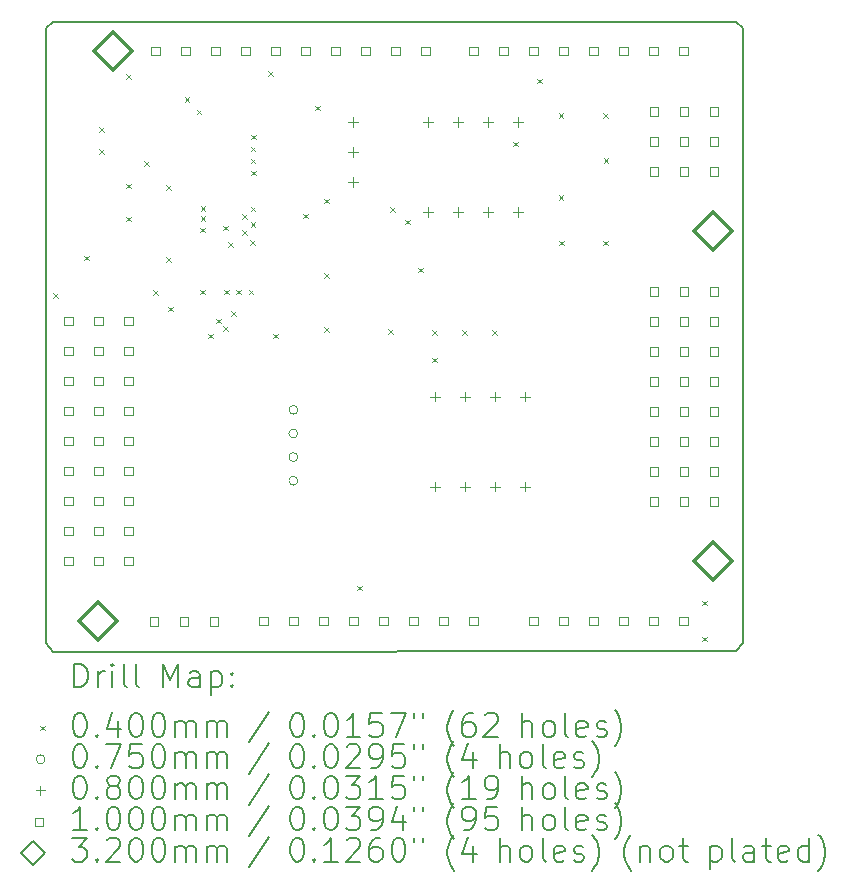
<source format=gbr>
%TF.GenerationSoftware,KiCad,Pcbnew,(7.0.0-0)*%
%TF.CreationDate,2023-06-27T20:57:36+01:00*%
%TF.ProjectId,ArdynoMon,41726479-6e6f-44d6-9f6e-2e6b69636164,Rev 3.5*%
%TF.SameCoordinates,Original*%
%TF.FileFunction,Drillmap*%
%TF.FilePolarity,Positive*%
%FSLAX45Y45*%
G04 Gerber Fmt 4.5, Leading zero omitted, Abs format (unit mm)*
G04 Created by KiCad (PCBNEW (7.0.0-0)) date 2023-06-27 20:57:36*
%MOMM*%
%LPD*%
G01*
G04 APERTURE LIST*
%ADD10C,0.150000*%
%ADD11C,0.200000*%
%ADD12C,0.040000*%
%ADD13C,0.075000*%
%ADD14C,0.080000*%
%ADD15C,0.100000*%
%ADD16C,0.320000*%
G04 APERTURE END LIST*
D10*
X11938000Y-12890500D02*
X11938000Y-7683500D01*
X11874500Y-7626000D02*
X6096000Y-7626000D01*
X6032500Y-7683500D02*
X6096000Y-7626000D01*
X6096000Y-12960000D02*
X11874500Y-12954000D01*
X6032500Y-7683500D02*
X6032500Y-12890500D01*
X6032500Y-12890500D02*
X6096000Y-12960000D01*
X11874500Y-7626000D02*
X11938000Y-7683500D01*
X11874500Y-12954000D02*
X11938000Y-12890500D01*
D11*
D12*
X6091240Y-9926640D02*
X6131240Y-9966640D01*
X6131240Y-9926640D02*
X6091240Y-9966640D01*
X6355400Y-9606600D02*
X6395400Y-9646600D01*
X6395400Y-9606600D02*
X6355400Y-9646600D01*
X6486180Y-8517700D02*
X6526180Y-8557700D01*
X6526180Y-8517700D02*
X6486180Y-8557700D01*
X6486180Y-8705660D02*
X6526180Y-8745660D01*
X6526180Y-8705660D02*
X6486180Y-8745660D01*
X6711000Y-8069900D02*
X6751000Y-8109900D01*
X6751000Y-8069900D02*
X6711000Y-8109900D01*
X6711000Y-8997000D02*
X6751000Y-9037000D01*
X6751000Y-8997000D02*
X6711000Y-9037000D01*
X6711000Y-9276400D02*
X6751000Y-9316400D01*
X6751000Y-9276400D02*
X6711000Y-9316400D01*
X6863400Y-8806500D02*
X6903400Y-8846500D01*
X6903400Y-8806500D02*
X6863400Y-8846500D01*
X6939600Y-9896160D02*
X6979600Y-9936160D01*
X6979600Y-9896160D02*
X6939600Y-9936160D01*
X7050060Y-9010460D02*
X7090060Y-9050460D01*
X7090060Y-9010460D02*
X7050060Y-9050460D01*
X7050060Y-9620060D02*
X7090060Y-9660060D01*
X7090060Y-9620060D02*
X7050060Y-9660060D01*
X7066600Y-10038400D02*
X7106600Y-10078400D01*
X7106600Y-10038400D02*
X7066600Y-10078400D01*
X7206560Y-8263320D02*
X7246560Y-8303320D01*
X7246560Y-8263320D02*
X7206560Y-8303320D01*
X7309140Y-8370000D02*
X7349140Y-8410000D01*
X7349140Y-8370000D02*
X7309140Y-8410000D01*
X7338640Y-9370760D02*
X7378640Y-9410760D01*
X7378640Y-9370760D02*
X7338640Y-9410760D01*
X7338640Y-9894000D02*
X7378640Y-9934000D01*
X7378640Y-9894000D02*
X7338640Y-9934000D01*
X7343720Y-9187880D02*
X7383720Y-9227880D01*
X7383720Y-9187880D02*
X7343720Y-9227880D01*
X7343720Y-9274240D02*
X7383720Y-9314240D01*
X7383720Y-9274240D02*
X7343720Y-9314240D01*
X7409500Y-10267000D02*
X7449500Y-10307000D01*
X7449500Y-10267000D02*
X7409500Y-10307000D01*
X7473000Y-10140000D02*
X7513000Y-10180000D01*
X7513000Y-10140000D02*
X7473000Y-10180000D01*
X7533960Y-9352600D02*
X7573960Y-9392600D01*
X7573960Y-9352600D02*
X7533960Y-9392600D01*
X7536500Y-10203500D02*
X7576500Y-10243500D01*
X7576500Y-10203500D02*
X7536500Y-10243500D01*
X7541840Y-9894000D02*
X7581840Y-9934000D01*
X7581840Y-9894000D02*
X7541840Y-9934000D01*
X7574600Y-9489760D02*
X7614600Y-9529760D01*
X7614600Y-9489760D02*
X7574600Y-9529760D01*
X7600000Y-10076500D02*
X7640000Y-10116500D01*
X7640000Y-10076500D02*
X7600000Y-10116500D01*
X7643440Y-9894000D02*
X7683440Y-9934000D01*
X7683440Y-9894000D02*
X7643440Y-9934000D01*
X7694240Y-9253920D02*
X7734240Y-9293920D01*
X7734240Y-9253920D02*
X7694240Y-9293920D01*
X7694240Y-9391080D02*
X7734240Y-9431080D01*
X7734240Y-9391080D02*
X7694240Y-9431080D01*
X7750120Y-9894000D02*
X7790120Y-9934000D01*
X7790120Y-9894000D02*
X7750120Y-9934000D01*
X7762560Y-9474520D02*
X7802560Y-9514520D01*
X7802560Y-9474520D02*
X7762560Y-9514520D01*
X7765360Y-9192960D02*
X7805360Y-9232960D01*
X7805360Y-9192960D02*
X7765360Y-9232960D01*
X7765360Y-9325040D02*
X7805360Y-9365040D01*
X7805360Y-9325040D02*
X7765360Y-9365040D01*
X7766340Y-8684960D02*
X7806340Y-8724960D01*
X7806340Y-8684960D02*
X7766340Y-8724960D01*
X7766340Y-8786560D02*
X7806340Y-8826560D01*
X7806340Y-8786560D02*
X7766340Y-8826560D01*
X7770440Y-8583360D02*
X7810440Y-8623360D01*
X7810440Y-8583360D02*
X7770440Y-8623360D01*
X7770440Y-8888160D02*
X7810440Y-8928160D01*
X7810440Y-8888160D02*
X7770440Y-8928160D01*
X7917500Y-8044500D02*
X7957500Y-8084500D01*
X7957500Y-8044500D02*
X7917500Y-8084500D01*
X7955600Y-10267000D02*
X7995600Y-10307000D01*
X7995600Y-10267000D02*
X7955600Y-10307000D01*
X8209600Y-9251000D02*
X8249600Y-9291000D01*
X8249600Y-9251000D02*
X8209600Y-9291000D01*
X8311200Y-8336600D02*
X8351200Y-8376600D01*
X8351200Y-8336600D02*
X8311200Y-8376600D01*
X8387400Y-9124000D02*
X8427400Y-9164000D01*
X8427400Y-9124000D02*
X8387400Y-9164000D01*
X8390300Y-9755980D02*
X8430300Y-9795980D01*
X8430300Y-9755980D02*
X8390300Y-9795980D01*
X8390300Y-10213180D02*
X8430300Y-10253180D01*
X8430300Y-10213180D02*
X8390300Y-10253180D01*
X8666800Y-12400600D02*
X8706800Y-12440600D01*
X8706800Y-12400600D02*
X8666800Y-12440600D01*
X8931200Y-10230880D02*
X8971200Y-10270880D01*
X8971200Y-10230880D02*
X8931200Y-10270880D01*
X8949100Y-9197180D02*
X8989100Y-9237180D01*
X8989100Y-9197180D02*
X8949100Y-9237180D01*
X9073200Y-9301800D02*
X9113200Y-9341800D01*
X9113200Y-9301800D02*
X9073200Y-9341800D01*
X9187500Y-9708200D02*
X9227500Y-9748200D01*
X9227500Y-9708200D02*
X9187500Y-9748200D01*
X9301800Y-10470200D02*
X9341800Y-10510200D01*
X9341800Y-10470200D02*
X9301800Y-10510200D01*
X9304700Y-10238580D02*
X9344700Y-10278580D01*
X9344700Y-10238580D02*
X9304700Y-10278580D01*
X9558700Y-10238580D02*
X9598700Y-10278580D01*
X9598700Y-10238580D02*
X9558700Y-10278580D01*
X9812700Y-10238580D02*
X9852700Y-10278580D01*
X9852700Y-10238580D02*
X9812700Y-10278580D01*
X9987600Y-8641400D02*
X10027600Y-8681400D01*
X10027600Y-8641400D02*
X9987600Y-8681400D01*
X10190800Y-8108000D02*
X10230800Y-8148000D01*
X10230800Y-8108000D02*
X10190800Y-8148000D01*
X10374445Y-8397985D02*
X10414445Y-8437985D01*
X10414445Y-8397985D02*
X10374445Y-8437985D01*
X10374445Y-9096485D02*
X10414445Y-9136485D01*
X10414445Y-9096485D02*
X10374445Y-9136485D01*
X10381300Y-9479600D02*
X10421300Y-9519600D01*
X10421300Y-9479600D02*
X10381300Y-9519600D01*
X10749600Y-8400100D02*
X10789600Y-8440100D01*
X10789600Y-8400100D02*
X10749600Y-8440100D01*
X10749600Y-9479600D02*
X10789600Y-9519600D01*
X10789600Y-9479600D02*
X10749600Y-9519600D01*
X10755445Y-8778985D02*
X10795445Y-8818985D01*
X10795445Y-8778985D02*
X10755445Y-8818985D01*
X11587800Y-12527600D02*
X11627800Y-12567600D01*
X11627800Y-12527600D02*
X11587800Y-12567600D01*
X11587800Y-12832400D02*
X11627800Y-12872400D01*
X11627800Y-12832400D02*
X11587800Y-12872400D01*
D13*
X8165500Y-10912500D02*
G75*
G03*
X8165500Y-10912500I-37500J0D01*
G01*
X8165500Y-11112500D02*
G75*
G03*
X8165500Y-11112500I-37500J0D01*
G01*
X8165500Y-11312500D02*
G75*
G03*
X8165500Y-11312500I-37500J0D01*
G01*
X8165500Y-11512500D02*
G75*
G03*
X8165500Y-11512500I-37500J0D01*
G01*
D14*
X8633700Y-8434380D02*
X8633700Y-8514380D01*
X8593700Y-8474380D02*
X8673700Y-8474380D01*
X8633700Y-8688380D02*
X8633700Y-8768380D01*
X8593700Y-8728380D02*
X8673700Y-8728380D01*
X8633700Y-8942380D02*
X8633700Y-9022380D01*
X8593700Y-8982380D02*
X8673700Y-8982380D01*
X9268700Y-8434380D02*
X9268700Y-8514380D01*
X9228700Y-8474380D02*
X9308700Y-8474380D01*
X9268700Y-9196380D02*
X9268700Y-9276380D01*
X9228700Y-9236380D02*
X9308700Y-9236380D01*
X9325600Y-10760000D02*
X9325600Y-10840000D01*
X9285600Y-10800000D02*
X9365600Y-10800000D01*
X9325600Y-11522000D02*
X9325600Y-11602000D01*
X9285600Y-11562000D02*
X9365600Y-11562000D01*
X9522700Y-8434380D02*
X9522700Y-8514380D01*
X9482700Y-8474380D02*
X9562700Y-8474380D01*
X9522700Y-9196380D02*
X9522700Y-9276380D01*
X9482700Y-9236380D02*
X9562700Y-9236380D01*
X9579600Y-10760000D02*
X9579600Y-10840000D01*
X9539600Y-10800000D02*
X9619600Y-10800000D01*
X9579600Y-11522000D02*
X9579600Y-11602000D01*
X9539600Y-11562000D02*
X9619600Y-11562000D01*
X9776700Y-8434380D02*
X9776700Y-8514380D01*
X9736700Y-8474380D02*
X9816700Y-8474380D01*
X9776700Y-9196380D02*
X9776700Y-9276380D01*
X9736700Y-9236380D02*
X9816700Y-9236380D01*
X9833600Y-10760000D02*
X9833600Y-10840000D01*
X9793600Y-10800000D02*
X9873600Y-10800000D01*
X9833600Y-11522000D02*
X9833600Y-11602000D01*
X9793600Y-11562000D02*
X9873600Y-11562000D01*
X10030700Y-8434380D02*
X10030700Y-8514380D01*
X9990700Y-8474380D02*
X10070700Y-8474380D01*
X10030700Y-9196380D02*
X10030700Y-9276380D01*
X9990700Y-9236380D02*
X10070700Y-9236380D01*
X10087600Y-10760000D02*
X10087600Y-10840000D01*
X10047600Y-10800000D02*
X10127600Y-10800000D01*
X10087600Y-11522000D02*
X10087600Y-11602000D01*
X10047600Y-11562000D02*
X10127600Y-11562000D01*
D15*
X6258356Y-10449356D02*
X6258356Y-10378644D01*
X6187644Y-10378644D01*
X6187644Y-10449356D01*
X6258356Y-10449356D01*
X6258356Y-11211356D02*
X6258356Y-11140644D01*
X6187644Y-11140644D01*
X6187644Y-11211356D01*
X6258356Y-11211356D01*
X6258356Y-11465356D02*
X6258356Y-11394644D01*
X6187644Y-11394644D01*
X6187644Y-11465356D01*
X6258356Y-11465356D01*
X6258356Y-12227356D02*
X6258356Y-12156644D01*
X6187644Y-12156644D01*
X6187644Y-12227356D01*
X6258356Y-12227356D01*
X6259856Y-10195356D02*
X6259856Y-10124644D01*
X6189144Y-10124644D01*
X6189144Y-10195356D01*
X6259856Y-10195356D01*
X6259856Y-10703356D02*
X6259856Y-10632644D01*
X6189144Y-10632644D01*
X6189144Y-10703356D01*
X6259856Y-10703356D01*
X6259856Y-10957356D02*
X6259856Y-10886644D01*
X6189144Y-10886644D01*
X6189144Y-10957356D01*
X6259856Y-10957356D01*
X6259856Y-11719356D02*
X6259856Y-11648644D01*
X6189144Y-11648644D01*
X6189144Y-11719356D01*
X6259856Y-11719356D01*
X6259856Y-11973356D02*
X6259856Y-11902644D01*
X6189144Y-11902644D01*
X6189144Y-11973356D01*
X6259856Y-11973356D01*
X6512356Y-10449356D02*
X6512356Y-10378644D01*
X6441644Y-10378644D01*
X6441644Y-10449356D01*
X6512356Y-10449356D01*
X6512356Y-11211356D02*
X6512356Y-11140644D01*
X6441644Y-11140644D01*
X6441644Y-11211356D01*
X6512356Y-11211356D01*
X6512356Y-11465356D02*
X6512356Y-11394644D01*
X6441644Y-11394644D01*
X6441644Y-11465356D01*
X6512356Y-11465356D01*
X6512356Y-12227356D02*
X6512356Y-12156644D01*
X6441644Y-12156644D01*
X6441644Y-12227356D01*
X6512356Y-12227356D01*
X6513856Y-10195356D02*
X6513856Y-10124644D01*
X6443144Y-10124644D01*
X6443144Y-10195356D01*
X6513856Y-10195356D01*
X6513856Y-10703356D02*
X6513856Y-10632644D01*
X6443144Y-10632644D01*
X6443144Y-10703356D01*
X6513856Y-10703356D01*
X6513856Y-10957356D02*
X6513856Y-10886644D01*
X6443144Y-10886644D01*
X6443144Y-10957356D01*
X6513856Y-10957356D01*
X6513856Y-11719356D02*
X6513856Y-11648644D01*
X6443144Y-11648644D01*
X6443144Y-11719356D01*
X6513856Y-11719356D01*
X6513856Y-11973356D02*
X6513856Y-11902644D01*
X6443144Y-11902644D01*
X6443144Y-11973356D01*
X6513856Y-11973356D01*
X6766356Y-10449356D02*
X6766356Y-10378644D01*
X6695644Y-10378644D01*
X6695644Y-10449356D01*
X6766356Y-10449356D01*
X6766356Y-11211356D02*
X6766356Y-11140644D01*
X6695644Y-11140644D01*
X6695644Y-11211356D01*
X6766356Y-11211356D01*
X6766356Y-11465356D02*
X6766356Y-11394644D01*
X6695644Y-11394644D01*
X6695644Y-11465356D01*
X6766356Y-11465356D01*
X6766356Y-12227356D02*
X6766356Y-12156644D01*
X6695644Y-12156644D01*
X6695644Y-12227356D01*
X6766356Y-12227356D01*
X6767856Y-10195356D02*
X6767856Y-10124644D01*
X6697144Y-10124644D01*
X6697144Y-10195356D01*
X6767856Y-10195356D01*
X6767856Y-10703356D02*
X6767856Y-10632644D01*
X6697144Y-10632644D01*
X6697144Y-10703356D01*
X6767856Y-10703356D01*
X6767856Y-10957356D02*
X6767856Y-10886644D01*
X6697144Y-10886644D01*
X6697144Y-10957356D01*
X6767856Y-10957356D01*
X6767856Y-11719356D02*
X6767856Y-11648644D01*
X6697144Y-11648644D01*
X6697144Y-11719356D01*
X6767856Y-11719356D01*
X6767856Y-11973356D02*
X6767856Y-11902644D01*
X6697144Y-11902644D01*
X6697144Y-11973356D01*
X6767856Y-11973356D01*
X6981656Y-12741356D02*
X6981656Y-12670644D01*
X6910944Y-12670644D01*
X6910944Y-12741356D01*
X6981656Y-12741356D01*
X6994956Y-7909356D02*
X6994956Y-7838644D01*
X6924244Y-7838644D01*
X6924244Y-7909356D01*
X6994956Y-7909356D01*
X7235656Y-12741356D02*
X7235656Y-12670644D01*
X7164944Y-12670644D01*
X7164944Y-12741356D01*
X7235656Y-12741356D01*
X7248956Y-7909356D02*
X7248956Y-7838644D01*
X7178244Y-7838644D01*
X7178244Y-7909356D01*
X7248956Y-7909356D01*
X7489656Y-12741356D02*
X7489656Y-12670644D01*
X7418944Y-12670644D01*
X7418944Y-12741356D01*
X7489656Y-12741356D01*
X7502956Y-7909356D02*
X7502956Y-7838644D01*
X7432244Y-7838644D01*
X7432244Y-7909356D01*
X7502956Y-7909356D01*
X7756956Y-7909356D02*
X7756956Y-7838644D01*
X7686244Y-7838644D01*
X7686244Y-7909356D01*
X7756956Y-7909356D01*
X7909356Y-12735356D02*
X7909356Y-12664644D01*
X7838644Y-12664644D01*
X7838644Y-12735356D01*
X7909356Y-12735356D01*
X8010956Y-7909356D02*
X8010956Y-7838644D01*
X7940244Y-7838644D01*
X7940244Y-7909356D01*
X8010956Y-7909356D01*
X8163356Y-12735356D02*
X8163356Y-12664644D01*
X8092644Y-12664644D01*
X8092644Y-12735356D01*
X8163356Y-12735356D01*
X8264956Y-7909356D02*
X8264956Y-7838644D01*
X8194244Y-7838644D01*
X8194244Y-7909356D01*
X8264956Y-7909356D01*
X8417356Y-12735356D02*
X8417356Y-12664644D01*
X8346644Y-12664644D01*
X8346644Y-12735356D01*
X8417356Y-12735356D01*
X8518956Y-7909356D02*
X8518956Y-7838644D01*
X8448244Y-7838644D01*
X8448244Y-7909356D01*
X8518956Y-7909356D01*
X8671356Y-12735356D02*
X8671356Y-12664644D01*
X8600644Y-12664644D01*
X8600644Y-12735356D01*
X8671356Y-12735356D01*
X8772956Y-7909356D02*
X8772956Y-7838644D01*
X8702244Y-7838644D01*
X8702244Y-7909356D01*
X8772956Y-7909356D01*
X8925356Y-12735356D02*
X8925356Y-12664644D01*
X8854644Y-12664644D01*
X8854644Y-12735356D01*
X8925356Y-12735356D01*
X9026956Y-7909356D02*
X9026956Y-7838644D01*
X8956244Y-7838644D01*
X8956244Y-7909356D01*
X9026956Y-7909356D01*
X9179356Y-12735356D02*
X9179356Y-12664644D01*
X9108644Y-12664644D01*
X9108644Y-12735356D01*
X9179356Y-12735356D01*
X9280956Y-7909356D02*
X9280956Y-7838644D01*
X9210244Y-7838644D01*
X9210244Y-7909356D01*
X9280956Y-7909356D01*
X9433356Y-12735356D02*
X9433356Y-12664644D01*
X9362644Y-12664644D01*
X9362644Y-12735356D01*
X9433356Y-12735356D01*
X9687356Y-7909356D02*
X9687356Y-7838644D01*
X9616644Y-7838644D01*
X9616644Y-7909356D01*
X9687356Y-7909356D01*
X9687356Y-12735356D02*
X9687356Y-12664644D01*
X9616644Y-12664644D01*
X9616644Y-12735356D01*
X9687356Y-12735356D01*
X9941356Y-7909356D02*
X9941356Y-7838644D01*
X9870644Y-7838644D01*
X9870644Y-7909356D01*
X9941356Y-7909356D01*
X10195356Y-7909356D02*
X10195356Y-7838644D01*
X10124644Y-7838644D01*
X10124644Y-7909356D01*
X10195356Y-7909356D01*
X10195356Y-12735356D02*
X10195356Y-12664644D01*
X10124644Y-12664644D01*
X10124644Y-12735356D01*
X10195356Y-12735356D01*
X10449356Y-7909356D02*
X10449356Y-7838644D01*
X10378644Y-7838644D01*
X10378644Y-7909356D01*
X10449356Y-7909356D01*
X10449356Y-12735356D02*
X10449356Y-12664644D01*
X10378644Y-12664644D01*
X10378644Y-12735356D01*
X10449356Y-12735356D01*
X10703356Y-7909356D02*
X10703356Y-7838644D01*
X10632644Y-7838644D01*
X10632644Y-7909356D01*
X10703356Y-7909356D01*
X10703356Y-12735356D02*
X10703356Y-12664644D01*
X10632644Y-12664644D01*
X10632644Y-12735356D01*
X10703356Y-12735356D01*
X10957356Y-7909356D02*
X10957356Y-7838644D01*
X10886644Y-7838644D01*
X10886644Y-7909356D01*
X10957356Y-7909356D01*
X10957356Y-12735356D02*
X10957356Y-12664644D01*
X10886644Y-12664644D01*
X10886644Y-12735356D01*
X10957356Y-12735356D01*
X11211356Y-7909356D02*
X11211356Y-7838644D01*
X11140644Y-7838644D01*
X11140644Y-7909356D01*
X11211356Y-7909356D01*
X11211356Y-12735356D02*
X11211356Y-12664644D01*
X11140644Y-12664644D01*
X11140644Y-12735356D01*
X11211356Y-12735356D01*
X11214156Y-8423356D02*
X11214156Y-8352644D01*
X11143444Y-8352644D01*
X11143444Y-8423356D01*
X11214156Y-8423356D01*
X11214156Y-8677356D02*
X11214156Y-8606644D01*
X11143444Y-8606644D01*
X11143444Y-8677356D01*
X11214156Y-8677356D01*
X11214156Y-8931356D02*
X11214156Y-8860644D01*
X11143444Y-8860644D01*
X11143444Y-8931356D01*
X11214156Y-8931356D01*
X11214156Y-9947356D02*
X11214156Y-9876644D01*
X11143444Y-9876644D01*
X11143444Y-9947356D01*
X11214156Y-9947356D01*
X11214156Y-10201356D02*
X11214156Y-10130644D01*
X11143444Y-10130644D01*
X11143444Y-10201356D01*
X11214156Y-10201356D01*
X11214156Y-10455356D02*
X11214156Y-10384644D01*
X11143444Y-10384644D01*
X11143444Y-10455356D01*
X11214156Y-10455356D01*
X11214156Y-10709356D02*
X11214156Y-10638644D01*
X11143444Y-10638644D01*
X11143444Y-10709356D01*
X11214156Y-10709356D01*
X11214156Y-10963356D02*
X11214156Y-10892644D01*
X11143444Y-10892644D01*
X11143444Y-10963356D01*
X11214156Y-10963356D01*
X11214156Y-11217356D02*
X11214156Y-11146644D01*
X11143444Y-11146644D01*
X11143444Y-11217356D01*
X11214156Y-11217356D01*
X11214156Y-11471356D02*
X11214156Y-11400644D01*
X11143444Y-11400644D01*
X11143444Y-11471356D01*
X11214156Y-11471356D01*
X11214156Y-11725356D02*
X11214156Y-11654644D01*
X11143444Y-11654644D01*
X11143444Y-11725356D01*
X11214156Y-11725356D01*
X11465356Y-7909356D02*
X11465356Y-7838644D01*
X11394644Y-7838644D01*
X11394644Y-7909356D01*
X11465356Y-7909356D01*
X11465356Y-12735356D02*
X11465356Y-12664644D01*
X11394644Y-12664644D01*
X11394644Y-12735356D01*
X11465356Y-12735356D01*
X11468156Y-8423356D02*
X11468156Y-8352644D01*
X11397444Y-8352644D01*
X11397444Y-8423356D01*
X11468156Y-8423356D01*
X11468156Y-8677356D02*
X11468156Y-8606644D01*
X11397444Y-8606644D01*
X11397444Y-8677356D01*
X11468156Y-8677356D01*
X11468156Y-8931356D02*
X11468156Y-8860644D01*
X11397444Y-8860644D01*
X11397444Y-8931356D01*
X11468156Y-8931356D01*
X11468156Y-9947356D02*
X11468156Y-9876644D01*
X11397444Y-9876644D01*
X11397444Y-9947356D01*
X11468156Y-9947356D01*
X11468156Y-10201356D02*
X11468156Y-10130644D01*
X11397444Y-10130644D01*
X11397444Y-10201356D01*
X11468156Y-10201356D01*
X11468156Y-10455356D02*
X11468156Y-10384644D01*
X11397444Y-10384644D01*
X11397444Y-10455356D01*
X11468156Y-10455356D01*
X11468156Y-10709356D02*
X11468156Y-10638644D01*
X11397444Y-10638644D01*
X11397444Y-10709356D01*
X11468156Y-10709356D01*
X11468156Y-10963356D02*
X11468156Y-10892644D01*
X11397444Y-10892644D01*
X11397444Y-10963356D01*
X11468156Y-10963356D01*
X11468156Y-11217356D02*
X11468156Y-11146644D01*
X11397444Y-11146644D01*
X11397444Y-11217356D01*
X11468156Y-11217356D01*
X11468156Y-11471356D02*
X11468156Y-11400644D01*
X11397444Y-11400644D01*
X11397444Y-11471356D01*
X11468156Y-11471356D01*
X11468156Y-11725356D02*
X11468156Y-11654644D01*
X11397444Y-11654644D01*
X11397444Y-11725356D01*
X11468156Y-11725356D01*
X11722156Y-8423356D02*
X11722156Y-8352644D01*
X11651444Y-8352644D01*
X11651444Y-8423356D01*
X11722156Y-8423356D01*
X11722156Y-8677356D02*
X11722156Y-8606644D01*
X11651444Y-8606644D01*
X11651444Y-8677356D01*
X11722156Y-8677356D01*
X11722156Y-8931356D02*
X11722156Y-8860644D01*
X11651444Y-8860644D01*
X11651444Y-8931356D01*
X11722156Y-8931356D01*
X11722156Y-9947356D02*
X11722156Y-9876644D01*
X11651444Y-9876644D01*
X11651444Y-9947356D01*
X11722156Y-9947356D01*
X11722156Y-10201356D02*
X11722156Y-10130644D01*
X11651444Y-10130644D01*
X11651444Y-10201356D01*
X11722156Y-10201356D01*
X11722156Y-10455356D02*
X11722156Y-10384644D01*
X11651444Y-10384644D01*
X11651444Y-10455356D01*
X11722156Y-10455356D01*
X11722156Y-10709356D02*
X11722156Y-10638644D01*
X11651444Y-10638644D01*
X11651444Y-10709356D01*
X11722156Y-10709356D01*
X11722156Y-10963356D02*
X11722156Y-10892644D01*
X11651444Y-10892644D01*
X11651444Y-10963356D01*
X11722156Y-10963356D01*
X11722156Y-11217356D02*
X11722156Y-11146644D01*
X11651444Y-11146644D01*
X11651444Y-11217356D01*
X11722156Y-11217356D01*
X11722156Y-11471356D02*
X11722156Y-11400644D01*
X11651444Y-11400644D01*
X11651444Y-11471356D01*
X11722156Y-11471356D01*
X11722156Y-11725356D02*
X11722156Y-11654644D01*
X11651444Y-11654644D01*
X11651444Y-11725356D01*
X11722156Y-11725356D01*
D16*
X6477000Y-12860000D02*
X6637000Y-12700000D01*
X6477000Y-12540000D01*
X6317000Y-12700000D01*
X6477000Y-12860000D01*
X6604000Y-8034000D02*
X6764000Y-7874000D01*
X6604000Y-7714000D01*
X6444000Y-7874000D01*
X6604000Y-8034000D01*
X11684000Y-9558000D02*
X11844000Y-9398000D01*
X11684000Y-9238000D01*
X11524000Y-9398000D01*
X11684000Y-9558000D01*
X11684000Y-12352000D02*
X11844000Y-12192000D01*
X11684000Y-12032000D01*
X11524000Y-12192000D01*
X11684000Y-12352000D01*
D11*
X6272619Y-13260976D02*
X6272619Y-13060976D01*
X6272619Y-13060976D02*
X6320238Y-13060976D01*
X6320238Y-13060976D02*
X6348809Y-13070500D01*
X6348809Y-13070500D02*
X6367857Y-13089548D01*
X6367857Y-13089548D02*
X6377381Y-13108595D01*
X6377381Y-13108595D02*
X6386905Y-13146690D01*
X6386905Y-13146690D02*
X6386905Y-13175262D01*
X6386905Y-13175262D02*
X6377381Y-13213357D01*
X6377381Y-13213357D02*
X6367857Y-13232405D01*
X6367857Y-13232405D02*
X6348809Y-13251452D01*
X6348809Y-13251452D02*
X6320238Y-13260976D01*
X6320238Y-13260976D02*
X6272619Y-13260976D01*
X6472619Y-13260976D02*
X6472619Y-13127643D01*
X6472619Y-13165738D02*
X6482143Y-13146690D01*
X6482143Y-13146690D02*
X6491667Y-13137167D01*
X6491667Y-13137167D02*
X6510714Y-13127643D01*
X6510714Y-13127643D02*
X6529762Y-13127643D01*
X6596428Y-13260976D02*
X6596428Y-13127643D01*
X6596428Y-13060976D02*
X6586905Y-13070500D01*
X6586905Y-13070500D02*
X6596428Y-13080024D01*
X6596428Y-13080024D02*
X6605952Y-13070500D01*
X6605952Y-13070500D02*
X6596428Y-13060976D01*
X6596428Y-13060976D02*
X6596428Y-13080024D01*
X6720238Y-13260976D02*
X6701190Y-13251452D01*
X6701190Y-13251452D02*
X6691667Y-13232405D01*
X6691667Y-13232405D02*
X6691667Y-13060976D01*
X6825000Y-13260976D02*
X6805952Y-13251452D01*
X6805952Y-13251452D02*
X6796428Y-13232405D01*
X6796428Y-13232405D02*
X6796428Y-13060976D01*
X7021190Y-13260976D02*
X7021190Y-13060976D01*
X7021190Y-13060976D02*
X7087857Y-13203833D01*
X7087857Y-13203833D02*
X7154524Y-13060976D01*
X7154524Y-13060976D02*
X7154524Y-13260976D01*
X7335476Y-13260976D02*
X7335476Y-13156214D01*
X7335476Y-13156214D02*
X7325952Y-13137167D01*
X7325952Y-13137167D02*
X7306905Y-13127643D01*
X7306905Y-13127643D02*
X7268809Y-13127643D01*
X7268809Y-13127643D02*
X7249762Y-13137167D01*
X7335476Y-13251452D02*
X7316428Y-13260976D01*
X7316428Y-13260976D02*
X7268809Y-13260976D01*
X7268809Y-13260976D02*
X7249762Y-13251452D01*
X7249762Y-13251452D02*
X7240238Y-13232405D01*
X7240238Y-13232405D02*
X7240238Y-13213357D01*
X7240238Y-13213357D02*
X7249762Y-13194309D01*
X7249762Y-13194309D02*
X7268809Y-13184786D01*
X7268809Y-13184786D02*
X7316428Y-13184786D01*
X7316428Y-13184786D02*
X7335476Y-13175262D01*
X7430714Y-13127643D02*
X7430714Y-13327643D01*
X7430714Y-13137167D02*
X7449762Y-13127643D01*
X7449762Y-13127643D02*
X7487857Y-13127643D01*
X7487857Y-13127643D02*
X7506905Y-13137167D01*
X7506905Y-13137167D02*
X7516428Y-13146690D01*
X7516428Y-13146690D02*
X7525952Y-13165738D01*
X7525952Y-13165738D02*
X7525952Y-13222881D01*
X7525952Y-13222881D02*
X7516428Y-13241928D01*
X7516428Y-13241928D02*
X7506905Y-13251452D01*
X7506905Y-13251452D02*
X7487857Y-13260976D01*
X7487857Y-13260976D02*
X7449762Y-13260976D01*
X7449762Y-13260976D02*
X7430714Y-13251452D01*
X7611667Y-13241928D02*
X7621190Y-13251452D01*
X7621190Y-13251452D02*
X7611667Y-13260976D01*
X7611667Y-13260976D02*
X7602143Y-13251452D01*
X7602143Y-13251452D02*
X7611667Y-13241928D01*
X7611667Y-13241928D02*
X7611667Y-13260976D01*
X7611667Y-13137167D02*
X7621190Y-13146690D01*
X7621190Y-13146690D02*
X7611667Y-13156214D01*
X7611667Y-13156214D02*
X7602143Y-13146690D01*
X7602143Y-13146690D02*
X7611667Y-13137167D01*
X7611667Y-13137167D02*
X7611667Y-13156214D01*
D12*
X5985000Y-13587500D02*
X6025000Y-13627500D01*
X6025000Y-13587500D02*
X5985000Y-13627500D01*
D11*
X6310714Y-13480976D02*
X6329762Y-13480976D01*
X6329762Y-13480976D02*
X6348809Y-13490500D01*
X6348809Y-13490500D02*
X6358333Y-13500024D01*
X6358333Y-13500024D02*
X6367857Y-13519071D01*
X6367857Y-13519071D02*
X6377381Y-13557167D01*
X6377381Y-13557167D02*
X6377381Y-13604786D01*
X6377381Y-13604786D02*
X6367857Y-13642881D01*
X6367857Y-13642881D02*
X6358333Y-13661928D01*
X6358333Y-13661928D02*
X6348809Y-13671452D01*
X6348809Y-13671452D02*
X6329762Y-13680976D01*
X6329762Y-13680976D02*
X6310714Y-13680976D01*
X6310714Y-13680976D02*
X6291667Y-13671452D01*
X6291667Y-13671452D02*
X6282143Y-13661928D01*
X6282143Y-13661928D02*
X6272619Y-13642881D01*
X6272619Y-13642881D02*
X6263095Y-13604786D01*
X6263095Y-13604786D02*
X6263095Y-13557167D01*
X6263095Y-13557167D02*
X6272619Y-13519071D01*
X6272619Y-13519071D02*
X6282143Y-13500024D01*
X6282143Y-13500024D02*
X6291667Y-13490500D01*
X6291667Y-13490500D02*
X6310714Y-13480976D01*
X6463095Y-13661928D02*
X6472619Y-13671452D01*
X6472619Y-13671452D02*
X6463095Y-13680976D01*
X6463095Y-13680976D02*
X6453571Y-13671452D01*
X6453571Y-13671452D02*
X6463095Y-13661928D01*
X6463095Y-13661928D02*
X6463095Y-13680976D01*
X6644048Y-13547643D02*
X6644048Y-13680976D01*
X6596428Y-13471452D02*
X6548809Y-13614309D01*
X6548809Y-13614309D02*
X6672619Y-13614309D01*
X6786905Y-13480976D02*
X6805952Y-13480976D01*
X6805952Y-13480976D02*
X6825000Y-13490500D01*
X6825000Y-13490500D02*
X6834524Y-13500024D01*
X6834524Y-13500024D02*
X6844048Y-13519071D01*
X6844048Y-13519071D02*
X6853571Y-13557167D01*
X6853571Y-13557167D02*
X6853571Y-13604786D01*
X6853571Y-13604786D02*
X6844048Y-13642881D01*
X6844048Y-13642881D02*
X6834524Y-13661928D01*
X6834524Y-13661928D02*
X6825000Y-13671452D01*
X6825000Y-13671452D02*
X6805952Y-13680976D01*
X6805952Y-13680976D02*
X6786905Y-13680976D01*
X6786905Y-13680976D02*
X6767857Y-13671452D01*
X6767857Y-13671452D02*
X6758333Y-13661928D01*
X6758333Y-13661928D02*
X6748809Y-13642881D01*
X6748809Y-13642881D02*
X6739286Y-13604786D01*
X6739286Y-13604786D02*
X6739286Y-13557167D01*
X6739286Y-13557167D02*
X6748809Y-13519071D01*
X6748809Y-13519071D02*
X6758333Y-13500024D01*
X6758333Y-13500024D02*
X6767857Y-13490500D01*
X6767857Y-13490500D02*
X6786905Y-13480976D01*
X6977381Y-13480976D02*
X6996429Y-13480976D01*
X6996429Y-13480976D02*
X7015476Y-13490500D01*
X7015476Y-13490500D02*
X7025000Y-13500024D01*
X7025000Y-13500024D02*
X7034524Y-13519071D01*
X7034524Y-13519071D02*
X7044048Y-13557167D01*
X7044048Y-13557167D02*
X7044048Y-13604786D01*
X7044048Y-13604786D02*
X7034524Y-13642881D01*
X7034524Y-13642881D02*
X7025000Y-13661928D01*
X7025000Y-13661928D02*
X7015476Y-13671452D01*
X7015476Y-13671452D02*
X6996429Y-13680976D01*
X6996429Y-13680976D02*
X6977381Y-13680976D01*
X6977381Y-13680976D02*
X6958333Y-13671452D01*
X6958333Y-13671452D02*
X6948809Y-13661928D01*
X6948809Y-13661928D02*
X6939286Y-13642881D01*
X6939286Y-13642881D02*
X6929762Y-13604786D01*
X6929762Y-13604786D02*
X6929762Y-13557167D01*
X6929762Y-13557167D02*
X6939286Y-13519071D01*
X6939286Y-13519071D02*
X6948809Y-13500024D01*
X6948809Y-13500024D02*
X6958333Y-13490500D01*
X6958333Y-13490500D02*
X6977381Y-13480976D01*
X7129762Y-13680976D02*
X7129762Y-13547643D01*
X7129762Y-13566690D02*
X7139286Y-13557167D01*
X7139286Y-13557167D02*
X7158333Y-13547643D01*
X7158333Y-13547643D02*
X7186905Y-13547643D01*
X7186905Y-13547643D02*
X7205952Y-13557167D01*
X7205952Y-13557167D02*
X7215476Y-13576214D01*
X7215476Y-13576214D02*
X7215476Y-13680976D01*
X7215476Y-13576214D02*
X7225000Y-13557167D01*
X7225000Y-13557167D02*
X7244048Y-13547643D01*
X7244048Y-13547643D02*
X7272619Y-13547643D01*
X7272619Y-13547643D02*
X7291667Y-13557167D01*
X7291667Y-13557167D02*
X7301190Y-13576214D01*
X7301190Y-13576214D02*
X7301190Y-13680976D01*
X7396429Y-13680976D02*
X7396429Y-13547643D01*
X7396429Y-13566690D02*
X7405952Y-13557167D01*
X7405952Y-13557167D02*
X7425000Y-13547643D01*
X7425000Y-13547643D02*
X7453571Y-13547643D01*
X7453571Y-13547643D02*
X7472619Y-13557167D01*
X7472619Y-13557167D02*
X7482143Y-13576214D01*
X7482143Y-13576214D02*
X7482143Y-13680976D01*
X7482143Y-13576214D02*
X7491667Y-13557167D01*
X7491667Y-13557167D02*
X7510714Y-13547643D01*
X7510714Y-13547643D02*
X7539286Y-13547643D01*
X7539286Y-13547643D02*
X7558333Y-13557167D01*
X7558333Y-13557167D02*
X7567857Y-13576214D01*
X7567857Y-13576214D02*
X7567857Y-13680976D01*
X7925952Y-13471452D02*
X7754524Y-13728595D01*
X8150714Y-13480976D02*
X8169762Y-13480976D01*
X8169762Y-13480976D02*
X8188810Y-13490500D01*
X8188810Y-13490500D02*
X8198333Y-13500024D01*
X8198333Y-13500024D02*
X8207857Y-13519071D01*
X8207857Y-13519071D02*
X8217381Y-13557167D01*
X8217381Y-13557167D02*
X8217381Y-13604786D01*
X8217381Y-13604786D02*
X8207857Y-13642881D01*
X8207857Y-13642881D02*
X8198333Y-13661928D01*
X8198333Y-13661928D02*
X8188810Y-13671452D01*
X8188810Y-13671452D02*
X8169762Y-13680976D01*
X8169762Y-13680976D02*
X8150714Y-13680976D01*
X8150714Y-13680976D02*
X8131667Y-13671452D01*
X8131667Y-13671452D02*
X8122143Y-13661928D01*
X8122143Y-13661928D02*
X8112619Y-13642881D01*
X8112619Y-13642881D02*
X8103095Y-13604786D01*
X8103095Y-13604786D02*
X8103095Y-13557167D01*
X8103095Y-13557167D02*
X8112619Y-13519071D01*
X8112619Y-13519071D02*
X8122143Y-13500024D01*
X8122143Y-13500024D02*
X8131667Y-13490500D01*
X8131667Y-13490500D02*
X8150714Y-13480976D01*
X8303095Y-13661928D02*
X8312619Y-13671452D01*
X8312619Y-13671452D02*
X8303095Y-13680976D01*
X8303095Y-13680976D02*
X8293571Y-13671452D01*
X8293571Y-13671452D02*
X8303095Y-13661928D01*
X8303095Y-13661928D02*
X8303095Y-13680976D01*
X8436429Y-13480976D02*
X8455476Y-13480976D01*
X8455476Y-13480976D02*
X8474524Y-13490500D01*
X8474524Y-13490500D02*
X8484048Y-13500024D01*
X8484048Y-13500024D02*
X8493572Y-13519071D01*
X8493572Y-13519071D02*
X8503095Y-13557167D01*
X8503095Y-13557167D02*
X8503095Y-13604786D01*
X8503095Y-13604786D02*
X8493572Y-13642881D01*
X8493572Y-13642881D02*
X8484048Y-13661928D01*
X8484048Y-13661928D02*
X8474524Y-13671452D01*
X8474524Y-13671452D02*
X8455476Y-13680976D01*
X8455476Y-13680976D02*
X8436429Y-13680976D01*
X8436429Y-13680976D02*
X8417381Y-13671452D01*
X8417381Y-13671452D02*
X8407857Y-13661928D01*
X8407857Y-13661928D02*
X8398333Y-13642881D01*
X8398333Y-13642881D02*
X8388810Y-13604786D01*
X8388810Y-13604786D02*
X8388810Y-13557167D01*
X8388810Y-13557167D02*
X8398333Y-13519071D01*
X8398333Y-13519071D02*
X8407857Y-13500024D01*
X8407857Y-13500024D02*
X8417381Y-13490500D01*
X8417381Y-13490500D02*
X8436429Y-13480976D01*
X8693572Y-13680976D02*
X8579286Y-13680976D01*
X8636429Y-13680976D02*
X8636429Y-13480976D01*
X8636429Y-13480976D02*
X8617381Y-13509548D01*
X8617381Y-13509548D02*
X8598333Y-13528595D01*
X8598333Y-13528595D02*
X8579286Y-13538119D01*
X8874524Y-13480976D02*
X8779286Y-13480976D01*
X8779286Y-13480976D02*
X8769762Y-13576214D01*
X8769762Y-13576214D02*
X8779286Y-13566690D01*
X8779286Y-13566690D02*
X8798333Y-13557167D01*
X8798333Y-13557167D02*
X8845953Y-13557167D01*
X8845953Y-13557167D02*
X8865000Y-13566690D01*
X8865000Y-13566690D02*
X8874524Y-13576214D01*
X8874524Y-13576214D02*
X8884048Y-13595262D01*
X8884048Y-13595262D02*
X8884048Y-13642881D01*
X8884048Y-13642881D02*
X8874524Y-13661928D01*
X8874524Y-13661928D02*
X8865000Y-13671452D01*
X8865000Y-13671452D02*
X8845953Y-13680976D01*
X8845953Y-13680976D02*
X8798333Y-13680976D01*
X8798333Y-13680976D02*
X8779286Y-13671452D01*
X8779286Y-13671452D02*
X8769762Y-13661928D01*
X8950714Y-13480976D02*
X9084048Y-13480976D01*
X9084048Y-13480976D02*
X8998333Y-13680976D01*
X9150714Y-13480976D02*
X9150714Y-13519071D01*
X9226905Y-13480976D02*
X9226905Y-13519071D01*
X9489762Y-13757167D02*
X9480238Y-13747643D01*
X9480238Y-13747643D02*
X9461191Y-13719071D01*
X9461191Y-13719071D02*
X9451667Y-13700024D01*
X9451667Y-13700024D02*
X9442143Y-13671452D01*
X9442143Y-13671452D02*
X9432619Y-13623833D01*
X9432619Y-13623833D02*
X9432619Y-13585738D01*
X9432619Y-13585738D02*
X9442143Y-13538119D01*
X9442143Y-13538119D02*
X9451667Y-13509548D01*
X9451667Y-13509548D02*
X9461191Y-13490500D01*
X9461191Y-13490500D02*
X9480238Y-13461928D01*
X9480238Y-13461928D02*
X9489762Y-13452405D01*
X9651667Y-13480976D02*
X9613572Y-13480976D01*
X9613572Y-13480976D02*
X9594524Y-13490500D01*
X9594524Y-13490500D02*
X9585000Y-13500024D01*
X9585000Y-13500024D02*
X9565953Y-13528595D01*
X9565953Y-13528595D02*
X9556429Y-13566690D01*
X9556429Y-13566690D02*
X9556429Y-13642881D01*
X9556429Y-13642881D02*
X9565953Y-13661928D01*
X9565953Y-13661928D02*
X9575476Y-13671452D01*
X9575476Y-13671452D02*
X9594524Y-13680976D01*
X9594524Y-13680976D02*
X9632619Y-13680976D01*
X9632619Y-13680976D02*
X9651667Y-13671452D01*
X9651667Y-13671452D02*
X9661191Y-13661928D01*
X9661191Y-13661928D02*
X9670714Y-13642881D01*
X9670714Y-13642881D02*
X9670714Y-13595262D01*
X9670714Y-13595262D02*
X9661191Y-13576214D01*
X9661191Y-13576214D02*
X9651667Y-13566690D01*
X9651667Y-13566690D02*
X9632619Y-13557167D01*
X9632619Y-13557167D02*
X9594524Y-13557167D01*
X9594524Y-13557167D02*
X9575476Y-13566690D01*
X9575476Y-13566690D02*
X9565953Y-13576214D01*
X9565953Y-13576214D02*
X9556429Y-13595262D01*
X9746905Y-13500024D02*
X9756429Y-13490500D01*
X9756429Y-13490500D02*
X9775476Y-13480976D01*
X9775476Y-13480976D02*
X9823095Y-13480976D01*
X9823095Y-13480976D02*
X9842143Y-13490500D01*
X9842143Y-13490500D02*
X9851667Y-13500024D01*
X9851667Y-13500024D02*
X9861191Y-13519071D01*
X9861191Y-13519071D02*
X9861191Y-13538119D01*
X9861191Y-13538119D02*
X9851667Y-13566690D01*
X9851667Y-13566690D02*
X9737381Y-13680976D01*
X9737381Y-13680976D02*
X9861191Y-13680976D01*
X10066905Y-13680976D02*
X10066905Y-13480976D01*
X10152619Y-13680976D02*
X10152619Y-13576214D01*
X10152619Y-13576214D02*
X10143095Y-13557167D01*
X10143095Y-13557167D02*
X10124048Y-13547643D01*
X10124048Y-13547643D02*
X10095476Y-13547643D01*
X10095476Y-13547643D02*
X10076429Y-13557167D01*
X10076429Y-13557167D02*
X10066905Y-13566690D01*
X10276429Y-13680976D02*
X10257381Y-13671452D01*
X10257381Y-13671452D02*
X10247857Y-13661928D01*
X10247857Y-13661928D02*
X10238334Y-13642881D01*
X10238334Y-13642881D02*
X10238334Y-13585738D01*
X10238334Y-13585738D02*
X10247857Y-13566690D01*
X10247857Y-13566690D02*
X10257381Y-13557167D01*
X10257381Y-13557167D02*
X10276429Y-13547643D01*
X10276429Y-13547643D02*
X10305000Y-13547643D01*
X10305000Y-13547643D02*
X10324048Y-13557167D01*
X10324048Y-13557167D02*
X10333572Y-13566690D01*
X10333572Y-13566690D02*
X10343095Y-13585738D01*
X10343095Y-13585738D02*
X10343095Y-13642881D01*
X10343095Y-13642881D02*
X10333572Y-13661928D01*
X10333572Y-13661928D02*
X10324048Y-13671452D01*
X10324048Y-13671452D02*
X10305000Y-13680976D01*
X10305000Y-13680976D02*
X10276429Y-13680976D01*
X10457381Y-13680976D02*
X10438334Y-13671452D01*
X10438334Y-13671452D02*
X10428810Y-13652405D01*
X10428810Y-13652405D02*
X10428810Y-13480976D01*
X10609762Y-13671452D02*
X10590715Y-13680976D01*
X10590715Y-13680976D02*
X10552619Y-13680976D01*
X10552619Y-13680976D02*
X10533572Y-13671452D01*
X10533572Y-13671452D02*
X10524048Y-13652405D01*
X10524048Y-13652405D02*
X10524048Y-13576214D01*
X10524048Y-13576214D02*
X10533572Y-13557167D01*
X10533572Y-13557167D02*
X10552619Y-13547643D01*
X10552619Y-13547643D02*
X10590715Y-13547643D01*
X10590715Y-13547643D02*
X10609762Y-13557167D01*
X10609762Y-13557167D02*
X10619286Y-13576214D01*
X10619286Y-13576214D02*
X10619286Y-13595262D01*
X10619286Y-13595262D02*
X10524048Y-13614309D01*
X10695476Y-13671452D02*
X10714524Y-13680976D01*
X10714524Y-13680976D02*
X10752619Y-13680976D01*
X10752619Y-13680976D02*
X10771667Y-13671452D01*
X10771667Y-13671452D02*
X10781191Y-13652405D01*
X10781191Y-13652405D02*
X10781191Y-13642881D01*
X10781191Y-13642881D02*
X10771667Y-13623833D01*
X10771667Y-13623833D02*
X10752619Y-13614309D01*
X10752619Y-13614309D02*
X10724048Y-13614309D01*
X10724048Y-13614309D02*
X10705000Y-13604786D01*
X10705000Y-13604786D02*
X10695476Y-13585738D01*
X10695476Y-13585738D02*
X10695476Y-13576214D01*
X10695476Y-13576214D02*
X10705000Y-13557167D01*
X10705000Y-13557167D02*
X10724048Y-13547643D01*
X10724048Y-13547643D02*
X10752619Y-13547643D01*
X10752619Y-13547643D02*
X10771667Y-13557167D01*
X10847857Y-13757167D02*
X10857381Y-13747643D01*
X10857381Y-13747643D02*
X10876429Y-13719071D01*
X10876429Y-13719071D02*
X10885953Y-13700024D01*
X10885953Y-13700024D02*
X10895476Y-13671452D01*
X10895476Y-13671452D02*
X10905000Y-13623833D01*
X10905000Y-13623833D02*
X10905000Y-13585738D01*
X10905000Y-13585738D02*
X10895476Y-13538119D01*
X10895476Y-13538119D02*
X10885953Y-13509548D01*
X10885953Y-13509548D02*
X10876429Y-13490500D01*
X10876429Y-13490500D02*
X10857381Y-13461928D01*
X10857381Y-13461928D02*
X10847857Y-13452405D01*
D13*
X6025000Y-13871500D02*
G75*
G03*
X6025000Y-13871500I-37500J0D01*
G01*
D11*
X6310714Y-13744976D02*
X6329762Y-13744976D01*
X6329762Y-13744976D02*
X6348809Y-13754500D01*
X6348809Y-13754500D02*
X6358333Y-13764024D01*
X6358333Y-13764024D02*
X6367857Y-13783071D01*
X6367857Y-13783071D02*
X6377381Y-13821167D01*
X6377381Y-13821167D02*
X6377381Y-13868786D01*
X6377381Y-13868786D02*
X6367857Y-13906881D01*
X6367857Y-13906881D02*
X6358333Y-13925928D01*
X6358333Y-13925928D02*
X6348809Y-13935452D01*
X6348809Y-13935452D02*
X6329762Y-13944976D01*
X6329762Y-13944976D02*
X6310714Y-13944976D01*
X6310714Y-13944976D02*
X6291667Y-13935452D01*
X6291667Y-13935452D02*
X6282143Y-13925928D01*
X6282143Y-13925928D02*
X6272619Y-13906881D01*
X6272619Y-13906881D02*
X6263095Y-13868786D01*
X6263095Y-13868786D02*
X6263095Y-13821167D01*
X6263095Y-13821167D02*
X6272619Y-13783071D01*
X6272619Y-13783071D02*
X6282143Y-13764024D01*
X6282143Y-13764024D02*
X6291667Y-13754500D01*
X6291667Y-13754500D02*
X6310714Y-13744976D01*
X6463095Y-13925928D02*
X6472619Y-13935452D01*
X6472619Y-13935452D02*
X6463095Y-13944976D01*
X6463095Y-13944976D02*
X6453571Y-13935452D01*
X6453571Y-13935452D02*
X6463095Y-13925928D01*
X6463095Y-13925928D02*
X6463095Y-13944976D01*
X6539286Y-13744976D02*
X6672619Y-13744976D01*
X6672619Y-13744976D02*
X6586905Y-13944976D01*
X6844048Y-13744976D02*
X6748809Y-13744976D01*
X6748809Y-13744976D02*
X6739286Y-13840214D01*
X6739286Y-13840214D02*
X6748809Y-13830690D01*
X6748809Y-13830690D02*
X6767857Y-13821167D01*
X6767857Y-13821167D02*
X6815476Y-13821167D01*
X6815476Y-13821167D02*
X6834524Y-13830690D01*
X6834524Y-13830690D02*
X6844048Y-13840214D01*
X6844048Y-13840214D02*
X6853571Y-13859262D01*
X6853571Y-13859262D02*
X6853571Y-13906881D01*
X6853571Y-13906881D02*
X6844048Y-13925928D01*
X6844048Y-13925928D02*
X6834524Y-13935452D01*
X6834524Y-13935452D02*
X6815476Y-13944976D01*
X6815476Y-13944976D02*
X6767857Y-13944976D01*
X6767857Y-13944976D02*
X6748809Y-13935452D01*
X6748809Y-13935452D02*
X6739286Y-13925928D01*
X6977381Y-13744976D02*
X6996429Y-13744976D01*
X6996429Y-13744976D02*
X7015476Y-13754500D01*
X7015476Y-13754500D02*
X7025000Y-13764024D01*
X7025000Y-13764024D02*
X7034524Y-13783071D01*
X7034524Y-13783071D02*
X7044048Y-13821167D01*
X7044048Y-13821167D02*
X7044048Y-13868786D01*
X7044048Y-13868786D02*
X7034524Y-13906881D01*
X7034524Y-13906881D02*
X7025000Y-13925928D01*
X7025000Y-13925928D02*
X7015476Y-13935452D01*
X7015476Y-13935452D02*
X6996429Y-13944976D01*
X6996429Y-13944976D02*
X6977381Y-13944976D01*
X6977381Y-13944976D02*
X6958333Y-13935452D01*
X6958333Y-13935452D02*
X6948809Y-13925928D01*
X6948809Y-13925928D02*
X6939286Y-13906881D01*
X6939286Y-13906881D02*
X6929762Y-13868786D01*
X6929762Y-13868786D02*
X6929762Y-13821167D01*
X6929762Y-13821167D02*
X6939286Y-13783071D01*
X6939286Y-13783071D02*
X6948809Y-13764024D01*
X6948809Y-13764024D02*
X6958333Y-13754500D01*
X6958333Y-13754500D02*
X6977381Y-13744976D01*
X7129762Y-13944976D02*
X7129762Y-13811643D01*
X7129762Y-13830690D02*
X7139286Y-13821167D01*
X7139286Y-13821167D02*
X7158333Y-13811643D01*
X7158333Y-13811643D02*
X7186905Y-13811643D01*
X7186905Y-13811643D02*
X7205952Y-13821167D01*
X7205952Y-13821167D02*
X7215476Y-13840214D01*
X7215476Y-13840214D02*
X7215476Y-13944976D01*
X7215476Y-13840214D02*
X7225000Y-13821167D01*
X7225000Y-13821167D02*
X7244048Y-13811643D01*
X7244048Y-13811643D02*
X7272619Y-13811643D01*
X7272619Y-13811643D02*
X7291667Y-13821167D01*
X7291667Y-13821167D02*
X7301190Y-13840214D01*
X7301190Y-13840214D02*
X7301190Y-13944976D01*
X7396429Y-13944976D02*
X7396429Y-13811643D01*
X7396429Y-13830690D02*
X7405952Y-13821167D01*
X7405952Y-13821167D02*
X7425000Y-13811643D01*
X7425000Y-13811643D02*
X7453571Y-13811643D01*
X7453571Y-13811643D02*
X7472619Y-13821167D01*
X7472619Y-13821167D02*
X7482143Y-13840214D01*
X7482143Y-13840214D02*
X7482143Y-13944976D01*
X7482143Y-13840214D02*
X7491667Y-13821167D01*
X7491667Y-13821167D02*
X7510714Y-13811643D01*
X7510714Y-13811643D02*
X7539286Y-13811643D01*
X7539286Y-13811643D02*
X7558333Y-13821167D01*
X7558333Y-13821167D02*
X7567857Y-13840214D01*
X7567857Y-13840214D02*
X7567857Y-13944976D01*
X7925952Y-13735452D02*
X7754524Y-13992595D01*
X8150714Y-13744976D02*
X8169762Y-13744976D01*
X8169762Y-13744976D02*
X8188810Y-13754500D01*
X8188810Y-13754500D02*
X8198333Y-13764024D01*
X8198333Y-13764024D02*
X8207857Y-13783071D01*
X8207857Y-13783071D02*
X8217381Y-13821167D01*
X8217381Y-13821167D02*
X8217381Y-13868786D01*
X8217381Y-13868786D02*
X8207857Y-13906881D01*
X8207857Y-13906881D02*
X8198333Y-13925928D01*
X8198333Y-13925928D02*
X8188810Y-13935452D01*
X8188810Y-13935452D02*
X8169762Y-13944976D01*
X8169762Y-13944976D02*
X8150714Y-13944976D01*
X8150714Y-13944976D02*
X8131667Y-13935452D01*
X8131667Y-13935452D02*
X8122143Y-13925928D01*
X8122143Y-13925928D02*
X8112619Y-13906881D01*
X8112619Y-13906881D02*
X8103095Y-13868786D01*
X8103095Y-13868786D02*
X8103095Y-13821167D01*
X8103095Y-13821167D02*
X8112619Y-13783071D01*
X8112619Y-13783071D02*
X8122143Y-13764024D01*
X8122143Y-13764024D02*
X8131667Y-13754500D01*
X8131667Y-13754500D02*
X8150714Y-13744976D01*
X8303095Y-13925928D02*
X8312619Y-13935452D01*
X8312619Y-13935452D02*
X8303095Y-13944976D01*
X8303095Y-13944976D02*
X8293571Y-13935452D01*
X8293571Y-13935452D02*
X8303095Y-13925928D01*
X8303095Y-13925928D02*
X8303095Y-13944976D01*
X8436429Y-13744976D02*
X8455476Y-13744976D01*
X8455476Y-13744976D02*
X8474524Y-13754500D01*
X8474524Y-13754500D02*
X8484048Y-13764024D01*
X8484048Y-13764024D02*
X8493572Y-13783071D01*
X8493572Y-13783071D02*
X8503095Y-13821167D01*
X8503095Y-13821167D02*
X8503095Y-13868786D01*
X8503095Y-13868786D02*
X8493572Y-13906881D01*
X8493572Y-13906881D02*
X8484048Y-13925928D01*
X8484048Y-13925928D02*
X8474524Y-13935452D01*
X8474524Y-13935452D02*
X8455476Y-13944976D01*
X8455476Y-13944976D02*
X8436429Y-13944976D01*
X8436429Y-13944976D02*
X8417381Y-13935452D01*
X8417381Y-13935452D02*
X8407857Y-13925928D01*
X8407857Y-13925928D02*
X8398333Y-13906881D01*
X8398333Y-13906881D02*
X8388810Y-13868786D01*
X8388810Y-13868786D02*
X8388810Y-13821167D01*
X8388810Y-13821167D02*
X8398333Y-13783071D01*
X8398333Y-13783071D02*
X8407857Y-13764024D01*
X8407857Y-13764024D02*
X8417381Y-13754500D01*
X8417381Y-13754500D02*
X8436429Y-13744976D01*
X8579286Y-13764024D02*
X8588810Y-13754500D01*
X8588810Y-13754500D02*
X8607857Y-13744976D01*
X8607857Y-13744976D02*
X8655476Y-13744976D01*
X8655476Y-13744976D02*
X8674524Y-13754500D01*
X8674524Y-13754500D02*
X8684048Y-13764024D01*
X8684048Y-13764024D02*
X8693572Y-13783071D01*
X8693572Y-13783071D02*
X8693572Y-13802119D01*
X8693572Y-13802119D02*
X8684048Y-13830690D01*
X8684048Y-13830690D02*
X8569762Y-13944976D01*
X8569762Y-13944976D02*
X8693572Y-13944976D01*
X8788810Y-13944976D02*
X8826905Y-13944976D01*
X8826905Y-13944976D02*
X8845953Y-13935452D01*
X8845953Y-13935452D02*
X8855476Y-13925928D01*
X8855476Y-13925928D02*
X8874524Y-13897357D01*
X8874524Y-13897357D02*
X8884048Y-13859262D01*
X8884048Y-13859262D02*
X8884048Y-13783071D01*
X8884048Y-13783071D02*
X8874524Y-13764024D01*
X8874524Y-13764024D02*
X8865000Y-13754500D01*
X8865000Y-13754500D02*
X8845953Y-13744976D01*
X8845953Y-13744976D02*
X8807857Y-13744976D01*
X8807857Y-13744976D02*
X8788810Y-13754500D01*
X8788810Y-13754500D02*
X8779286Y-13764024D01*
X8779286Y-13764024D02*
X8769762Y-13783071D01*
X8769762Y-13783071D02*
X8769762Y-13830690D01*
X8769762Y-13830690D02*
X8779286Y-13849738D01*
X8779286Y-13849738D02*
X8788810Y-13859262D01*
X8788810Y-13859262D02*
X8807857Y-13868786D01*
X8807857Y-13868786D02*
X8845953Y-13868786D01*
X8845953Y-13868786D02*
X8865000Y-13859262D01*
X8865000Y-13859262D02*
X8874524Y-13849738D01*
X8874524Y-13849738D02*
X8884048Y-13830690D01*
X9065000Y-13744976D02*
X8969762Y-13744976D01*
X8969762Y-13744976D02*
X8960238Y-13840214D01*
X8960238Y-13840214D02*
X8969762Y-13830690D01*
X8969762Y-13830690D02*
X8988810Y-13821167D01*
X8988810Y-13821167D02*
X9036429Y-13821167D01*
X9036429Y-13821167D02*
X9055476Y-13830690D01*
X9055476Y-13830690D02*
X9065000Y-13840214D01*
X9065000Y-13840214D02*
X9074524Y-13859262D01*
X9074524Y-13859262D02*
X9074524Y-13906881D01*
X9074524Y-13906881D02*
X9065000Y-13925928D01*
X9065000Y-13925928D02*
X9055476Y-13935452D01*
X9055476Y-13935452D02*
X9036429Y-13944976D01*
X9036429Y-13944976D02*
X8988810Y-13944976D01*
X8988810Y-13944976D02*
X8969762Y-13935452D01*
X8969762Y-13935452D02*
X8960238Y-13925928D01*
X9150714Y-13744976D02*
X9150714Y-13783071D01*
X9226905Y-13744976D02*
X9226905Y-13783071D01*
X9489762Y-14021167D02*
X9480238Y-14011643D01*
X9480238Y-14011643D02*
X9461191Y-13983071D01*
X9461191Y-13983071D02*
X9451667Y-13964024D01*
X9451667Y-13964024D02*
X9442143Y-13935452D01*
X9442143Y-13935452D02*
X9432619Y-13887833D01*
X9432619Y-13887833D02*
X9432619Y-13849738D01*
X9432619Y-13849738D02*
X9442143Y-13802119D01*
X9442143Y-13802119D02*
X9451667Y-13773548D01*
X9451667Y-13773548D02*
X9461191Y-13754500D01*
X9461191Y-13754500D02*
X9480238Y-13725928D01*
X9480238Y-13725928D02*
X9489762Y-13716405D01*
X9651667Y-13811643D02*
X9651667Y-13944976D01*
X9604048Y-13735452D02*
X9556429Y-13878309D01*
X9556429Y-13878309D02*
X9680238Y-13878309D01*
X9876429Y-13944976D02*
X9876429Y-13744976D01*
X9962143Y-13944976D02*
X9962143Y-13840214D01*
X9962143Y-13840214D02*
X9952619Y-13821167D01*
X9952619Y-13821167D02*
X9933572Y-13811643D01*
X9933572Y-13811643D02*
X9905000Y-13811643D01*
X9905000Y-13811643D02*
X9885953Y-13821167D01*
X9885953Y-13821167D02*
X9876429Y-13830690D01*
X10085953Y-13944976D02*
X10066905Y-13935452D01*
X10066905Y-13935452D02*
X10057381Y-13925928D01*
X10057381Y-13925928D02*
X10047857Y-13906881D01*
X10047857Y-13906881D02*
X10047857Y-13849738D01*
X10047857Y-13849738D02*
X10057381Y-13830690D01*
X10057381Y-13830690D02*
X10066905Y-13821167D01*
X10066905Y-13821167D02*
X10085953Y-13811643D01*
X10085953Y-13811643D02*
X10114524Y-13811643D01*
X10114524Y-13811643D02*
X10133572Y-13821167D01*
X10133572Y-13821167D02*
X10143095Y-13830690D01*
X10143095Y-13830690D02*
X10152619Y-13849738D01*
X10152619Y-13849738D02*
X10152619Y-13906881D01*
X10152619Y-13906881D02*
X10143095Y-13925928D01*
X10143095Y-13925928D02*
X10133572Y-13935452D01*
X10133572Y-13935452D02*
X10114524Y-13944976D01*
X10114524Y-13944976D02*
X10085953Y-13944976D01*
X10266905Y-13944976D02*
X10247857Y-13935452D01*
X10247857Y-13935452D02*
X10238334Y-13916405D01*
X10238334Y-13916405D02*
X10238334Y-13744976D01*
X10419286Y-13935452D02*
X10400238Y-13944976D01*
X10400238Y-13944976D02*
X10362143Y-13944976D01*
X10362143Y-13944976D02*
X10343095Y-13935452D01*
X10343095Y-13935452D02*
X10333572Y-13916405D01*
X10333572Y-13916405D02*
X10333572Y-13840214D01*
X10333572Y-13840214D02*
X10343095Y-13821167D01*
X10343095Y-13821167D02*
X10362143Y-13811643D01*
X10362143Y-13811643D02*
X10400238Y-13811643D01*
X10400238Y-13811643D02*
X10419286Y-13821167D01*
X10419286Y-13821167D02*
X10428810Y-13840214D01*
X10428810Y-13840214D02*
X10428810Y-13859262D01*
X10428810Y-13859262D02*
X10333572Y-13878309D01*
X10505000Y-13935452D02*
X10524048Y-13944976D01*
X10524048Y-13944976D02*
X10562143Y-13944976D01*
X10562143Y-13944976D02*
X10581191Y-13935452D01*
X10581191Y-13935452D02*
X10590715Y-13916405D01*
X10590715Y-13916405D02*
X10590715Y-13906881D01*
X10590715Y-13906881D02*
X10581191Y-13887833D01*
X10581191Y-13887833D02*
X10562143Y-13878309D01*
X10562143Y-13878309D02*
X10533572Y-13878309D01*
X10533572Y-13878309D02*
X10514524Y-13868786D01*
X10514524Y-13868786D02*
X10505000Y-13849738D01*
X10505000Y-13849738D02*
X10505000Y-13840214D01*
X10505000Y-13840214D02*
X10514524Y-13821167D01*
X10514524Y-13821167D02*
X10533572Y-13811643D01*
X10533572Y-13811643D02*
X10562143Y-13811643D01*
X10562143Y-13811643D02*
X10581191Y-13821167D01*
X10657381Y-14021167D02*
X10666905Y-14011643D01*
X10666905Y-14011643D02*
X10685953Y-13983071D01*
X10685953Y-13983071D02*
X10695476Y-13964024D01*
X10695476Y-13964024D02*
X10705000Y-13935452D01*
X10705000Y-13935452D02*
X10714524Y-13887833D01*
X10714524Y-13887833D02*
X10714524Y-13849738D01*
X10714524Y-13849738D02*
X10705000Y-13802119D01*
X10705000Y-13802119D02*
X10695476Y-13773548D01*
X10695476Y-13773548D02*
X10685953Y-13754500D01*
X10685953Y-13754500D02*
X10666905Y-13725928D01*
X10666905Y-13725928D02*
X10657381Y-13716405D01*
D14*
X5985000Y-14095500D02*
X5985000Y-14175500D01*
X5945000Y-14135500D02*
X6025000Y-14135500D01*
D11*
X6310714Y-14008976D02*
X6329762Y-14008976D01*
X6329762Y-14008976D02*
X6348809Y-14018500D01*
X6348809Y-14018500D02*
X6358333Y-14028024D01*
X6358333Y-14028024D02*
X6367857Y-14047071D01*
X6367857Y-14047071D02*
X6377381Y-14085167D01*
X6377381Y-14085167D02*
X6377381Y-14132786D01*
X6377381Y-14132786D02*
X6367857Y-14170881D01*
X6367857Y-14170881D02*
X6358333Y-14189928D01*
X6358333Y-14189928D02*
X6348809Y-14199452D01*
X6348809Y-14199452D02*
X6329762Y-14208976D01*
X6329762Y-14208976D02*
X6310714Y-14208976D01*
X6310714Y-14208976D02*
X6291667Y-14199452D01*
X6291667Y-14199452D02*
X6282143Y-14189928D01*
X6282143Y-14189928D02*
X6272619Y-14170881D01*
X6272619Y-14170881D02*
X6263095Y-14132786D01*
X6263095Y-14132786D02*
X6263095Y-14085167D01*
X6263095Y-14085167D02*
X6272619Y-14047071D01*
X6272619Y-14047071D02*
X6282143Y-14028024D01*
X6282143Y-14028024D02*
X6291667Y-14018500D01*
X6291667Y-14018500D02*
X6310714Y-14008976D01*
X6463095Y-14189928D02*
X6472619Y-14199452D01*
X6472619Y-14199452D02*
X6463095Y-14208976D01*
X6463095Y-14208976D02*
X6453571Y-14199452D01*
X6453571Y-14199452D02*
X6463095Y-14189928D01*
X6463095Y-14189928D02*
X6463095Y-14208976D01*
X6586905Y-14094690D02*
X6567857Y-14085167D01*
X6567857Y-14085167D02*
X6558333Y-14075643D01*
X6558333Y-14075643D02*
X6548809Y-14056595D01*
X6548809Y-14056595D02*
X6548809Y-14047071D01*
X6548809Y-14047071D02*
X6558333Y-14028024D01*
X6558333Y-14028024D02*
X6567857Y-14018500D01*
X6567857Y-14018500D02*
X6586905Y-14008976D01*
X6586905Y-14008976D02*
X6625000Y-14008976D01*
X6625000Y-14008976D02*
X6644048Y-14018500D01*
X6644048Y-14018500D02*
X6653571Y-14028024D01*
X6653571Y-14028024D02*
X6663095Y-14047071D01*
X6663095Y-14047071D02*
X6663095Y-14056595D01*
X6663095Y-14056595D02*
X6653571Y-14075643D01*
X6653571Y-14075643D02*
X6644048Y-14085167D01*
X6644048Y-14085167D02*
X6625000Y-14094690D01*
X6625000Y-14094690D02*
X6586905Y-14094690D01*
X6586905Y-14094690D02*
X6567857Y-14104214D01*
X6567857Y-14104214D02*
X6558333Y-14113738D01*
X6558333Y-14113738D02*
X6548809Y-14132786D01*
X6548809Y-14132786D02*
X6548809Y-14170881D01*
X6548809Y-14170881D02*
X6558333Y-14189928D01*
X6558333Y-14189928D02*
X6567857Y-14199452D01*
X6567857Y-14199452D02*
X6586905Y-14208976D01*
X6586905Y-14208976D02*
X6625000Y-14208976D01*
X6625000Y-14208976D02*
X6644048Y-14199452D01*
X6644048Y-14199452D02*
X6653571Y-14189928D01*
X6653571Y-14189928D02*
X6663095Y-14170881D01*
X6663095Y-14170881D02*
X6663095Y-14132786D01*
X6663095Y-14132786D02*
X6653571Y-14113738D01*
X6653571Y-14113738D02*
X6644048Y-14104214D01*
X6644048Y-14104214D02*
X6625000Y-14094690D01*
X6786905Y-14008976D02*
X6805952Y-14008976D01*
X6805952Y-14008976D02*
X6825000Y-14018500D01*
X6825000Y-14018500D02*
X6834524Y-14028024D01*
X6834524Y-14028024D02*
X6844048Y-14047071D01*
X6844048Y-14047071D02*
X6853571Y-14085167D01*
X6853571Y-14085167D02*
X6853571Y-14132786D01*
X6853571Y-14132786D02*
X6844048Y-14170881D01*
X6844048Y-14170881D02*
X6834524Y-14189928D01*
X6834524Y-14189928D02*
X6825000Y-14199452D01*
X6825000Y-14199452D02*
X6805952Y-14208976D01*
X6805952Y-14208976D02*
X6786905Y-14208976D01*
X6786905Y-14208976D02*
X6767857Y-14199452D01*
X6767857Y-14199452D02*
X6758333Y-14189928D01*
X6758333Y-14189928D02*
X6748809Y-14170881D01*
X6748809Y-14170881D02*
X6739286Y-14132786D01*
X6739286Y-14132786D02*
X6739286Y-14085167D01*
X6739286Y-14085167D02*
X6748809Y-14047071D01*
X6748809Y-14047071D02*
X6758333Y-14028024D01*
X6758333Y-14028024D02*
X6767857Y-14018500D01*
X6767857Y-14018500D02*
X6786905Y-14008976D01*
X6977381Y-14008976D02*
X6996429Y-14008976D01*
X6996429Y-14008976D02*
X7015476Y-14018500D01*
X7015476Y-14018500D02*
X7025000Y-14028024D01*
X7025000Y-14028024D02*
X7034524Y-14047071D01*
X7034524Y-14047071D02*
X7044048Y-14085167D01*
X7044048Y-14085167D02*
X7044048Y-14132786D01*
X7044048Y-14132786D02*
X7034524Y-14170881D01*
X7034524Y-14170881D02*
X7025000Y-14189928D01*
X7025000Y-14189928D02*
X7015476Y-14199452D01*
X7015476Y-14199452D02*
X6996429Y-14208976D01*
X6996429Y-14208976D02*
X6977381Y-14208976D01*
X6977381Y-14208976D02*
X6958333Y-14199452D01*
X6958333Y-14199452D02*
X6948809Y-14189928D01*
X6948809Y-14189928D02*
X6939286Y-14170881D01*
X6939286Y-14170881D02*
X6929762Y-14132786D01*
X6929762Y-14132786D02*
X6929762Y-14085167D01*
X6929762Y-14085167D02*
X6939286Y-14047071D01*
X6939286Y-14047071D02*
X6948809Y-14028024D01*
X6948809Y-14028024D02*
X6958333Y-14018500D01*
X6958333Y-14018500D02*
X6977381Y-14008976D01*
X7129762Y-14208976D02*
X7129762Y-14075643D01*
X7129762Y-14094690D02*
X7139286Y-14085167D01*
X7139286Y-14085167D02*
X7158333Y-14075643D01*
X7158333Y-14075643D02*
X7186905Y-14075643D01*
X7186905Y-14075643D02*
X7205952Y-14085167D01*
X7205952Y-14085167D02*
X7215476Y-14104214D01*
X7215476Y-14104214D02*
X7215476Y-14208976D01*
X7215476Y-14104214D02*
X7225000Y-14085167D01*
X7225000Y-14085167D02*
X7244048Y-14075643D01*
X7244048Y-14075643D02*
X7272619Y-14075643D01*
X7272619Y-14075643D02*
X7291667Y-14085167D01*
X7291667Y-14085167D02*
X7301190Y-14104214D01*
X7301190Y-14104214D02*
X7301190Y-14208976D01*
X7396429Y-14208976D02*
X7396429Y-14075643D01*
X7396429Y-14094690D02*
X7405952Y-14085167D01*
X7405952Y-14085167D02*
X7425000Y-14075643D01*
X7425000Y-14075643D02*
X7453571Y-14075643D01*
X7453571Y-14075643D02*
X7472619Y-14085167D01*
X7472619Y-14085167D02*
X7482143Y-14104214D01*
X7482143Y-14104214D02*
X7482143Y-14208976D01*
X7482143Y-14104214D02*
X7491667Y-14085167D01*
X7491667Y-14085167D02*
X7510714Y-14075643D01*
X7510714Y-14075643D02*
X7539286Y-14075643D01*
X7539286Y-14075643D02*
X7558333Y-14085167D01*
X7558333Y-14085167D02*
X7567857Y-14104214D01*
X7567857Y-14104214D02*
X7567857Y-14208976D01*
X7925952Y-13999452D02*
X7754524Y-14256595D01*
X8150714Y-14008976D02*
X8169762Y-14008976D01*
X8169762Y-14008976D02*
X8188810Y-14018500D01*
X8188810Y-14018500D02*
X8198333Y-14028024D01*
X8198333Y-14028024D02*
X8207857Y-14047071D01*
X8207857Y-14047071D02*
X8217381Y-14085167D01*
X8217381Y-14085167D02*
X8217381Y-14132786D01*
X8217381Y-14132786D02*
X8207857Y-14170881D01*
X8207857Y-14170881D02*
X8198333Y-14189928D01*
X8198333Y-14189928D02*
X8188810Y-14199452D01*
X8188810Y-14199452D02*
X8169762Y-14208976D01*
X8169762Y-14208976D02*
X8150714Y-14208976D01*
X8150714Y-14208976D02*
X8131667Y-14199452D01*
X8131667Y-14199452D02*
X8122143Y-14189928D01*
X8122143Y-14189928D02*
X8112619Y-14170881D01*
X8112619Y-14170881D02*
X8103095Y-14132786D01*
X8103095Y-14132786D02*
X8103095Y-14085167D01*
X8103095Y-14085167D02*
X8112619Y-14047071D01*
X8112619Y-14047071D02*
X8122143Y-14028024D01*
X8122143Y-14028024D02*
X8131667Y-14018500D01*
X8131667Y-14018500D02*
X8150714Y-14008976D01*
X8303095Y-14189928D02*
X8312619Y-14199452D01*
X8312619Y-14199452D02*
X8303095Y-14208976D01*
X8303095Y-14208976D02*
X8293571Y-14199452D01*
X8293571Y-14199452D02*
X8303095Y-14189928D01*
X8303095Y-14189928D02*
X8303095Y-14208976D01*
X8436429Y-14008976D02*
X8455476Y-14008976D01*
X8455476Y-14008976D02*
X8474524Y-14018500D01*
X8474524Y-14018500D02*
X8484048Y-14028024D01*
X8484048Y-14028024D02*
X8493572Y-14047071D01*
X8493572Y-14047071D02*
X8503095Y-14085167D01*
X8503095Y-14085167D02*
X8503095Y-14132786D01*
X8503095Y-14132786D02*
X8493572Y-14170881D01*
X8493572Y-14170881D02*
X8484048Y-14189928D01*
X8484048Y-14189928D02*
X8474524Y-14199452D01*
X8474524Y-14199452D02*
X8455476Y-14208976D01*
X8455476Y-14208976D02*
X8436429Y-14208976D01*
X8436429Y-14208976D02*
X8417381Y-14199452D01*
X8417381Y-14199452D02*
X8407857Y-14189928D01*
X8407857Y-14189928D02*
X8398333Y-14170881D01*
X8398333Y-14170881D02*
X8388810Y-14132786D01*
X8388810Y-14132786D02*
X8388810Y-14085167D01*
X8388810Y-14085167D02*
X8398333Y-14047071D01*
X8398333Y-14047071D02*
X8407857Y-14028024D01*
X8407857Y-14028024D02*
X8417381Y-14018500D01*
X8417381Y-14018500D02*
X8436429Y-14008976D01*
X8569762Y-14008976D02*
X8693572Y-14008976D01*
X8693572Y-14008976D02*
X8626905Y-14085167D01*
X8626905Y-14085167D02*
X8655476Y-14085167D01*
X8655476Y-14085167D02*
X8674524Y-14094690D01*
X8674524Y-14094690D02*
X8684048Y-14104214D01*
X8684048Y-14104214D02*
X8693572Y-14123262D01*
X8693572Y-14123262D02*
X8693572Y-14170881D01*
X8693572Y-14170881D02*
X8684048Y-14189928D01*
X8684048Y-14189928D02*
X8674524Y-14199452D01*
X8674524Y-14199452D02*
X8655476Y-14208976D01*
X8655476Y-14208976D02*
X8598333Y-14208976D01*
X8598333Y-14208976D02*
X8579286Y-14199452D01*
X8579286Y-14199452D02*
X8569762Y-14189928D01*
X8884048Y-14208976D02*
X8769762Y-14208976D01*
X8826905Y-14208976D02*
X8826905Y-14008976D01*
X8826905Y-14008976D02*
X8807857Y-14037548D01*
X8807857Y-14037548D02*
X8788810Y-14056595D01*
X8788810Y-14056595D02*
X8769762Y-14066119D01*
X9065000Y-14008976D02*
X8969762Y-14008976D01*
X8969762Y-14008976D02*
X8960238Y-14104214D01*
X8960238Y-14104214D02*
X8969762Y-14094690D01*
X8969762Y-14094690D02*
X8988810Y-14085167D01*
X8988810Y-14085167D02*
X9036429Y-14085167D01*
X9036429Y-14085167D02*
X9055476Y-14094690D01*
X9055476Y-14094690D02*
X9065000Y-14104214D01*
X9065000Y-14104214D02*
X9074524Y-14123262D01*
X9074524Y-14123262D02*
X9074524Y-14170881D01*
X9074524Y-14170881D02*
X9065000Y-14189928D01*
X9065000Y-14189928D02*
X9055476Y-14199452D01*
X9055476Y-14199452D02*
X9036429Y-14208976D01*
X9036429Y-14208976D02*
X8988810Y-14208976D01*
X8988810Y-14208976D02*
X8969762Y-14199452D01*
X8969762Y-14199452D02*
X8960238Y-14189928D01*
X9150714Y-14008976D02*
X9150714Y-14047071D01*
X9226905Y-14008976D02*
X9226905Y-14047071D01*
X9489762Y-14285167D02*
X9480238Y-14275643D01*
X9480238Y-14275643D02*
X9461191Y-14247071D01*
X9461191Y-14247071D02*
X9451667Y-14228024D01*
X9451667Y-14228024D02*
X9442143Y-14199452D01*
X9442143Y-14199452D02*
X9432619Y-14151833D01*
X9432619Y-14151833D02*
X9432619Y-14113738D01*
X9432619Y-14113738D02*
X9442143Y-14066119D01*
X9442143Y-14066119D02*
X9451667Y-14037548D01*
X9451667Y-14037548D02*
X9461191Y-14018500D01*
X9461191Y-14018500D02*
X9480238Y-13989928D01*
X9480238Y-13989928D02*
X9489762Y-13980405D01*
X9670714Y-14208976D02*
X9556429Y-14208976D01*
X9613572Y-14208976D02*
X9613572Y-14008976D01*
X9613572Y-14008976D02*
X9594524Y-14037548D01*
X9594524Y-14037548D02*
X9575476Y-14056595D01*
X9575476Y-14056595D02*
X9556429Y-14066119D01*
X9765953Y-14208976D02*
X9804048Y-14208976D01*
X9804048Y-14208976D02*
X9823095Y-14199452D01*
X9823095Y-14199452D02*
X9832619Y-14189928D01*
X9832619Y-14189928D02*
X9851667Y-14161357D01*
X9851667Y-14161357D02*
X9861191Y-14123262D01*
X9861191Y-14123262D02*
X9861191Y-14047071D01*
X9861191Y-14047071D02*
X9851667Y-14028024D01*
X9851667Y-14028024D02*
X9842143Y-14018500D01*
X9842143Y-14018500D02*
X9823095Y-14008976D01*
X9823095Y-14008976D02*
X9785000Y-14008976D01*
X9785000Y-14008976D02*
X9765953Y-14018500D01*
X9765953Y-14018500D02*
X9756429Y-14028024D01*
X9756429Y-14028024D02*
X9746905Y-14047071D01*
X9746905Y-14047071D02*
X9746905Y-14094690D01*
X9746905Y-14094690D02*
X9756429Y-14113738D01*
X9756429Y-14113738D02*
X9765953Y-14123262D01*
X9765953Y-14123262D02*
X9785000Y-14132786D01*
X9785000Y-14132786D02*
X9823095Y-14132786D01*
X9823095Y-14132786D02*
X9842143Y-14123262D01*
X9842143Y-14123262D02*
X9851667Y-14113738D01*
X9851667Y-14113738D02*
X9861191Y-14094690D01*
X10066905Y-14208976D02*
X10066905Y-14008976D01*
X10152619Y-14208976D02*
X10152619Y-14104214D01*
X10152619Y-14104214D02*
X10143095Y-14085167D01*
X10143095Y-14085167D02*
X10124048Y-14075643D01*
X10124048Y-14075643D02*
X10095476Y-14075643D01*
X10095476Y-14075643D02*
X10076429Y-14085167D01*
X10076429Y-14085167D02*
X10066905Y-14094690D01*
X10276429Y-14208976D02*
X10257381Y-14199452D01*
X10257381Y-14199452D02*
X10247857Y-14189928D01*
X10247857Y-14189928D02*
X10238334Y-14170881D01*
X10238334Y-14170881D02*
X10238334Y-14113738D01*
X10238334Y-14113738D02*
X10247857Y-14094690D01*
X10247857Y-14094690D02*
X10257381Y-14085167D01*
X10257381Y-14085167D02*
X10276429Y-14075643D01*
X10276429Y-14075643D02*
X10305000Y-14075643D01*
X10305000Y-14075643D02*
X10324048Y-14085167D01*
X10324048Y-14085167D02*
X10333572Y-14094690D01*
X10333572Y-14094690D02*
X10343095Y-14113738D01*
X10343095Y-14113738D02*
X10343095Y-14170881D01*
X10343095Y-14170881D02*
X10333572Y-14189928D01*
X10333572Y-14189928D02*
X10324048Y-14199452D01*
X10324048Y-14199452D02*
X10305000Y-14208976D01*
X10305000Y-14208976D02*
X10276429Y-14208976D01*
X10457381Y-14208976D02*
X10438334Y-14199452D01*
X10438334Y-14199452D02*
X10428810Y-14180405D01*
X10428810Y-14180405D02*
X10428810Y-14008976D01*
X10609762Y-14199452D02*
X10590715Y-14208976D01*
X10590715Y-14208976D02*
X10552619Y-14208976D01*
X10552619Y-14208976D02*
X10533572Y-14199452D01*
X10533572Y-14199452D02*
X10524048Y-14180405D01*
X10524048Y-14180405D02*
X10524048Y-14104214D01*
X10524048Y-14104214D02*
X10533572Y-14085167D01*
X10533572Y-14085167D02*
X10552619Y-14075643D01*
X10552619Y-14075643D02*
X10590715Y-14075643D01*
X10590715Y-14075643D02*
X10609762Y-14085167D01*
X10609762Y-14085167D02*
X10619286Y-14104214D01*
X10619286Y-14104214D02*
X10619286Y-14123262D01*
X10619286Y-14123262D02*
X10524048Y-14142309D01*
X10695476Y-14199452D02*
X10714524Y-14208976D01*
X10714524Y-14208976D02*
X10752619Y-14208976D01*
X10752619Y-14208976D02*
X10771667Y-14199452D01*
X10771667Y-14199452D02*
X10781191Y-14180405D01*
X10781191Y-14180405D02*
X10781191Y-14170881D01*
X10781191Y-14170881D02*
X10771667Y-14151833D01*
X10771667Y-14151833D02*
X10752619Y-14142309D01*
X10752619Y-14142309D02*
X10724048Y-14142309D01*
X10724048Y-14142309D02*
X10705000Y-14132786D01*
X10705000Y-14132786D02*
X10695476Y-14113738D01*
X10695476Y-14113738D02*
X10695476Y-14104214D01*
X10695476Y-14104214D02*
X10705000Y-14085167D01*
X10705000Y-14085167D02*
X10724048Y-14075643D01*
X10724048Y-14075643D02*
X10752619Y-14075643D01*
X10752619Y-14075643D02*
X10771667Y-14085167D01*
X10847857Y-14285167D02*
X10857381Y-14275643D01*
X10857381Y-14275643D02*
X10876429Y-14247071D01*
X10876429Y-14247071D02*
X10885953Y-14228024D01*
X10885953Y-14228024D02*
X10895476Y-14199452D01*
X10895476Y-14199452D02*
X10905000Y-14151833D01*
X10905000Y-14151833D02*
X10905000Y-14113738D01*
X10905000Y-14113738D02*
X10895476Y-14066119D01*
X10895476Y-14066119D02*
X10885953Y-14037548D01*
X10885953Y-14037548D02*
X10876429Y-14018500D01*
X10876429Y-14018500D02*
X10857381Y-13989928D01*
X10857381Y-13989928D02*
X10847857Y-13980405D01*
D15*
X6010356Y-14434856D02*
X6010356Y-14364144D01*
X5939644Y-14364144D01*
X5939644Y-14434856D01*
X6010356Y-14434856D01*
D11*
X6377381Y-14472976D02*
X6263095Y-14472976D01*
X6320238Y-14472976D02*
X6320238Y-14272976D01*
X6320238Y-14272976D02*
X6301190Y-14301548D01*
X6301190Y-14301548D02*
X6282143Y-14320595D01*
X6282143Y-14320595D02*
X6263095Y-14330119D01*
X6463095Y-14453928D02*
X6472619Y-14463452D01*
X6472619Y-14463452D02*
X6463095Y-14472976D01*
X6463095Y-14472976D02*
X6453571Y-14463452D01*
X6453571Y-14463452D02*
X6463095Y-14453928D01*
X6463095Y-14453928D02*
X6463095Y-14472976D01*
X6596428Y-14272976D02*
X6615476Y-14272976D01*
X6615476Y-14272976D02*
X6634524Y-14282500D01*
X6634524Y-14282500D02*
X6644048Y-14292024D01*
X6644048Y-14292024D02*
X6653571Y-14311071D01*
X6653571Y-14311071D02*
X6663095Y-14349167D01*
X6663095Y-14349167D02*
X6663095Y-14396786D01*
X6663095Y-14396786D02*
X6653571Y-14434881D01*
X6653571Y-14434881D02*
X6644048Y-14453928D01*
X6644048Y-14453928D02*
X6634524Y-14463452D01*
X6634524Y-14463452D02*
X6615476Y-14472976D01*
X6615476Y-14472976D02*
X6596428Y-14472976D01*
X6596428Y-14472976D02*
X6577381Y-14463452D01*
X6577381Y-14463452D02*
X6567857Y-14453928D01*
X6567857Y-14453928D02*
X6558333Y-14434881D01*
X6558333Y-14434881D02*
X6548809Y-14396786D01*
X6548809Y-14396786D02*
X6548809Y-14349167D01*
X6548809Y-14349167D02*
X6558333Y-14311071D01*
X6558333Y-14311071D02*
X6567857Y-14292024D01*
X6567857Y-14292024D02*
X6577381Y-14282500D01*
X6577381Y-14282500D02*
X6596428Y-14272976D01*
X6786905Y-14272976D02*
X6805952Y-14272976D01*
X6805952Y-14272976D02*
X6825000Y-14282500D01*
X6825000Y-14282500D02*
X6834524Y-14292024D01*
X6834524Y-14292024D02*
X6844048Y-14311071D01*
X6844048Y-14311071D02*
X6853571Y-14349167D01*
X6853571Y-14349167D02*
X6853571Y-14396786D01*
X6853571Y-14396786D02*
X6844048Y-14434881D01*
X6844048Y-14434881D02*
X6834524Y-14453928D01*
X6834524Y-14453928D02*
X6825000Y-14463452D01*
X6825000Y-14463452D02*
X6805952Y-14472976D01*
X6805952Y-14472976D02*
X6786905Y-14472976D01*
X6786905Y-14472976D02*
X6767857Y-14463452D01*
X6767857Y-14463452D02*
X6758333Y-14453928D01*
X6758333Y-14453928D02*
X6748809Y-14434881D01*
X6748809Y-14434881D02*
X6739286Y-14396786D01*
X6739286Y-14396786D02*
X6739286Y-14349167D01*
X6739286Y-14349167D02*
X6748809Y-14311071D01*
X6748809Y-14311071D02*
X6758333Y-14292024D01*
X6758333Y-14292024D02*
X6767857Y-14282500D01*
X6767857Y-14282500D02*
X6786905Y-14272976D01*
X6977381Y-14272976D02*
X6996429Y-14272976D01*
X6996429Y-14272976D02*
X7015476Y-14282500D01*
X7015476Y-14282500D02*
X7025000Y-14292024D01*
X7025000Y-14292024D02*
X7034524Y-14311071D01*
X7034524Y-14311071D02*
X7044048Y-14349167D01*
X7044048Y-14349167D02*
X7044048Y-14396786D01*
X7044048Y-14396786D02*
X7034524Y-14434881D01*
X7034524Y-14434881D02*
X7025000Y-14453928D01*
X7025000Y-14453928D02*
X7015476Y-14463452D01*
X7015476Y-14463452D02*
X6996429Y-14472976D01*
X6996429Y-14472976D02*
X6977381Y-14472976D01*
X6977381Y-14472976D02*
X6958333Y-14463452D01*
X6958333Y-14463452D02*
X6948809Y-14453928D01*
X6948809Y-14453928D02*
X6939286Y-14434881D01*
X6939286Y-14434881D02*
X6929762Y-14396786D01*
X6929762Y-14396786D02*
X6929762Y-14349167D01*
X6929762Y-14349167D02*
X6939286Y-14311071D01*
X6939286Y-14311071D02*
X6948809Y-14292024D01*
X6948809Y-14292024D02*
X6958333Y-14282500D01*
X6958333Y-14282500D02*
X6977381Y-14272976D01*
X7129762Y-14472976D02*
X7129762Y-14339643D01*
X7129762Y-14358690D02*
X7139286Y-14349167D01*
X7139286Y-14349167D02*
X7158333Y-14339643D01*
X7158333Y-14339643D02*
X7186905Y-14339643D01*
X7186905Y-14339643D02*
X7205952Y-14349167D01*
X7205952Y-14349167D02*
X7215476Y-14368214D01*
X7215476Y-14368214D02*
X7215476Y-14472976D01*
X7215476Y-14368214D02*
X7225000Y-14349167D01*
X7225000Y-14349167D02*
X7244048Y-14339643D01*
X7244048Y-14339643D02*
X7272619Y-14339643D01*
X7272619Y-14339643D02*
X7291667Y-14349167D01*
X7291667Y-14349167D02*
X7301190Y-14368214D01*
X7301190Y-14368214D02*
X7301190Y-14472976D01*
X7396429Y-14472976D02*
X7396429Y-14339643D01*
X7396429Y-14358690D02*
X7405952Y-14349167D01*
X7405952Y-14349167D02*
X7425000Y-14339643D01*
X7425000Y-14339643D02*
X7453571Y-14339643D01*
X7453571Y-14339643D02*
X7472619Y-14349167D01*
X7472619Y-14349167D02*
X7482143Y-14368214D01*
X7482143Y-14368214D02*
X7482143Y-14472976D01*
X7482143Y-14368214D02*
X7491667Y-14349167D01*
X7491667Y-14349167D02*
X7510714Y-14339643D01*
X7510714Y-14339643D02*
X7539286Y-14339643D01*
X7539286Y-14339643D02*
X7558333Y-14349167D01*
X7558333Y-14349167D02*
X7567857Y-14368214D01*
X7567857Y-14368214D02*
X7567857Y-14472976D01*
X7925952Y-14263452D02*
X7754524Y-14520595D01*
X8150714Y-14272976D02*
X8169762Y-14272976D01*
X8169762Y-14272976D02*
X8188810Y-14282500D01*
X8188810Y-14282500D02*
X8198333Y-14292024D01*
X8198333Y-14292024D02*
X8207857Y-14311071D01*
X8207857Y-14311071D02*
X8217381Y-14349167D01*
X8217381Y-14349167D02*
X8217381Y-14396786D01*
X8217381Y-14396786D02*
X8207857Y-14434881D01*
X8207857Y-14434881D02*
X8198333Y-14453928D01*
X8198333Y-14453928D02*
X8188810Y-14463452D01*
X8188810Y-14463452D02*
X8169762Y-14472976D01*
X8169762Y-14472976D02*
X8150714Y-14472976D01*
X8150714Y-14472976D02*
X8131667Y-14463452D01*
X8131667Y-14463452D02*
X8122143Y-14453928D01*
X8122143Y-14453928D02*
X8112619Y-14434881D01*
X8112619Y-14434881D02*
X8103095Y-14396786D01*
X8103095Y-14396786D02*
X8103095Y-14349167D01*
X8103095Y-14349167D02*
X8112619Y-14311071D01*
X8112619Y-14311071D02*
X8122143Y-14292024D01*
X8122143Y-14292024D02*
X8131667Y-14282500D01*
X8131667Y-14282500D02*
X8150714Y-14272976D01*
X8303095Y-14453928D02*
X8312619Y-14463452D01*
X8312619Y-14463452D02*
X8303095Y-14472976D01*
X8303095Y-14472976D02*
X8293571Y-14463452D01*
X8293571Y-14463452D02*
X8303095Y-14453928D01*
X8303095Y-14453928D02*
X8303095Y-14472976D01*
X8436429Y-14272976D02*
X8455476Y-14272976D01*
X8455476Y-14272976D02*
X8474524Y-14282500D01*
X8474524Y-14282500D02*
X8484048Y-14292024D01*
X8484048Y-14292024D02*
X8493572Y-14311071D01*
X8493572Y-14311071D02*
X8503095Y-14349167D01*
X8503095Y-14349167D02*
X8503095Y-14396786D01*
X8503095Y-14396786D02*
X8493572Y-14434881D01*
X8493572Y-14434881D02*
X8484048Y-14453928D01*
X8484048Y-14453928D02*
X8474524Y-14463452D01*
X8474524Y-14463452D02*
X8455476Y-14472976D01*
X8455476Y-14472976D02*
X8436429Y-14472976D01*
X8436429Y-14472976D02*
X8417381Y-14463452D01*
X8417381Y-14463452D02*
X8407857Y-14453928D01*
X8407857Y-14453928D02*
X8398333Y-14434881D01*
X8398333Y-14434881D02*
X8388810Y-14396786D01*
X8388810Y-14396786D02*
X8388810Y-14349167D01*
X8388810Y-14349167D02*
X8398333Y-14311071D01*
X8398333Y-14311071D02*
X8407857Y-14292024D01*
X8407857Y-14292024D02*
X8417381Y-14282500D01*
X8417381Y-14282500D02*
X8436429Y-14272976D01*
X8569762Y-14272976D02*
X8693572Y-14272976D01*
X8693572Y-14272976D02*
X8626905Y-14349167D01*
X8626905Y-14349167D02*
X8655476Y-14349167D01*
X8655476Y-14349167D02*
X8674524Y-14358690D01*
X8674524Y-14358690D02*
X8684048Y-14368214D01*
X8684048Y-14368214D02*
X8693572Y-14387262D01*
X8693572Y-14387262D02*
X8693572Y-14434881D01*
X8693572Y-14434881D02*
X8684048Y-14453928D01*
X8684048Y-14453928D02*
X8674524Y-14463452D01*
X8674524Y-14463452D02*
X8655476Y-14472976D01*
X8655476Y-14472976D02*
X8598333Y-14472976D01*
X8598333Y-14472976D02*
X8579286Y-14463452D01*
X8579286Y-14463452D02*
X8569762Y-14453928D01*
X8788810Y-14472976D02*
X8826905Y-14472976D01*
X8826905Y-14472976D02*
X8845953Y-14463452D01*
X8845953Y-14463452D02*
X8855476Y-14453928D01*
X8855476Y-14453928D02*
X8874524Y-14425357D01*
X8874524Y-14425357D02*
X8884048Y-14387262D01*
X8884048Y-14387262D02*
X8884048Y-14311071D01*
X8884048Y-14311071D02*
X8874524Y-14292024D01*
X8874524Y-14292024D02*
X8865000Y-14282500D01*
X8865000Y-14282500D02*
X8845953Y-14272976D01*
X8845953Y-14272976D02*
X8807857Y-14272976D01*
X8807857Y-14272976D02*
X8788810Y-14282500D01*
X8788810Y-14282500D02*
X8779286Y-14292024D01*
X8779286Y-14292024D02*
X8769762Y-14311071D01*
X8769762Y-14311071D02*
X8769762Y-14358690D01*
X8769762Y-14358690D02*
X8779286Y-14377738D01*
X8779286Y-14377738D02*
X8788810Y-14387262D01*
X8788810Y-14387262D02*
X8807857Y-14396786D01*
X8807857Y-14396786D02*
X8845953Y-14396786D01*
X8845953Y-14396786D02*
X8865000Y-14387262D01*
X8865000Y-14387262D02*
X8874524Y-14377738D01*
X8874524Y-14377738D02*
X8884048Y-14358690D01*
X9055476Y-14339643D02*
X9055476Y-14472976D01*
X9007857Y-14263452D02*
X8960238Y-14406309D01*
X8960238Y-14406309D02*
X9084048Y-14406309D01*
X9150714Y-14272976D02*
X9150714Y-14311071D01*
X9226905Y-14272976D02*
X9226905Y-14311071D01*
X9489762Y-14549167D02*
X9480238Y-14539643D01*
X9480238Y-14539643D02*
X9461191Y-14511071D01*
X9461191Y-14511071D02*
X9451667Y-14492024D01*
X9451667Y-14492024D02*
X9442143Y-14463452D01*
X9442143Y-14463452D02*
X9432619Y-14415833D01*
X9432619Y-14415833D02*
X9432619Y-14377738D01*
X9432619Y-14377738D02*
X9442143Y-14330119D01*
X9442143Y-14330119D02*
X9451667Y-14301548D01*
X9451667Y-14301548D02*
X9461191Y-14282500D01*
X9461191Y-14282500D02*
X9480238Y-14253928D01*
X9480238Y-14253928D02*
X9489762Y-14244405D01*
X9575476Y-14472976D02*
X9613572Y-14472976D01*
X9613572Y-14472976D02*
X9632619Y-14463452D01*
X9632619Y-14463452D02*
X9642143Y-14453928D01*
X9642143Y-14453928D02*
X9661191Y-14425357D01*
X9661191Y-14425357D02*
X9670714Y-14387262D01*
X9670714Y-14387262D02*
X9670714Y-14311071D01*
X9670714Y-14311071D02*
X9661191Y-14292024D01*
X9661191Y-14292024D02*
X9651667Y-14282500D01*
X9651667Y-14282500D02*
X9632619Y-14272976D01*
X9632619Y-14272976D02*
X9594524Y-14272976D01*
X9594524Y-14272976D02*
X9575476Y-14282500D01*
X9575476Y-14282500D02*
X9565953Y-14292024D01*
X9565953Y-14292024D02*
X9556429Y-14311071D01*
X9556429Y-14311071D02*
X9556429Y-14358690D01*
X9556429Y-14358690D02*
X9565953Y-14377738D01*
X9565953Y-14377738D02*
X9575476Y-14387262D01*
X9575476Y-14387262D02*
X9594524Y-14396786D01*
X9594524Y-14396786D02*
X9632619Y-14396786D01*
X9632619Y-14396786D02*
X9651667Y-14387262D01*
X9651667Y-14387262D02*
X9661191Y-14377738D01*
X9661191Y-14377738D02*
X9670714Y-14358690D01*
X9851667Y-14272976D02*
X9756429Y-14272976D01*
X9756429Y-14272976D02*
X9746905Y-14368214D01*
X9746905Y-14368214D02*
X9756429Y-14358690D01*
X9756429Y-14358690D02*
X9775476Y-14349167D01*
X9775476Y-14349167D02*
X9823095Y-14349167D01*
X9823095Y-14349167D02*
X9842143Y-14358690D01*
X9842143Y-14358690D02*
X9851667Y-14368214D01*
X9851667Y-14368214D02*
X9861191Y-14387262D01*
X9861191Y-14387262D02*
X9861191Y-14434881D01*
X9861191Y-14434881D02*
X9851667Y-14453928D01*
X9851667Y-14453928D02*
X9842143Y-14463452D01*
X9842143Y-14463452D02*
X9823095Y-14472976D01*
X9823095Y-14472976D02*
X9775476Y-14472976D01*
X9775476Y-14472976D02*
X9756429Y-14463452D01*
X9756429Y-14463452D02*
X9746905Y-14453928D01*
X10066905Y-14472976D02*
X10066905Y-14272976D01*
X10152619Y-14472976D02*
X10152619Y-14368214D01*
X10152619Y-14368214D02*
X10143095Y-14349167D01*
X10143095Y-14349167D02*
X10124048Y-14339643D01*
X10124048Y-14339643D02*
X10095476Y-14339643D01*
X10095476Y-14339643D02*
X10076429Y-14349167D01*
X10076429Y-14349167D02*
X10066905Y-14358690D01*
X10276429Y-14472976D02*
X10257381Y-14463452D01*
X10257381Y-14463452D02*
X10247857Y-14453928D01*
X10247857Y-14453928D02*
X10238334Y-14434881D01*
X10238334Y-14434881D02*
X10238334Y-14377738D01*
X10238334Y-14377738D02*
X10247857Y-14358690D01*
X10247857Y-14358690D02*
X10257381Y-14349167D01*
X10257381Y-14349167D02*
X10276429Y-14339643D01*
X10276429Y-14339643D02*
X10305000Y-14339643D01*
X10305000Y-14339643D02*
X10324048Y-14349167D01*
X10324048Y-14349167D02*
X10333572Y-14358690D01*
X10333572Y-14358690D02*
X10343095Y-14377738D01*
X10343095Y-14377738D02*
X10343095Y-14434881D01*
X10343095Y-14434881D02*
X10333572Y-14453928D01*
X10333572Y-14453928D02*
X10324048Y-14463452D01*
X10324048Y-14463452D02*
X10305000Y-14472976D01*
X10305000Y-14472976D02*
X10276429Y-14472976D01*
X10457381Y-14472976D02*
X10438334Y-14463452D01*
X10438334Y-14463452D02*
X10428810Y-14444405D01*
X10428810Y-14444405D02*
X10428810Y-14272976D01*
X10609762Y-14463452D02*
X10590715Y-14472976D01*
X10590715Y-14472976D02*
X10552619Y-14472976D01*
X10552619Y-14472976D02*
X10533572Y-14463452D01*
X10533572Y-14463452D02*
X10524048Y-14444405D01*
X10524048Y-14444405D02*
X10524048Y-14368214D01*
X10524048Y-14368214D02*
X10533572Y-14349167D01*
X10533572Y-14349167D02*
X10552619Y-14339643D01*
X10552619Y-14339643D02*
X10590715Y-14339643D01*
X10590715Y-14339643D02*
X10609762Y-14349167D01*
X10609762Y-14349167D02*
X10619286Y-14368214D01*
X10619286Y-14368214D02*
X10619286Y-14387262D01*
X10619286Y-14387262D02*
X10524048Y-14406309D01*
X10695476Y-14463452D02*
X10714524Y-14472976D01*
X10714524Y-14472976D02*
X10752619Y-14472976D01*
X10752619Y-14472976D02*
X10771667Y-14463452D01*
X10771667Y-14463452D02*
X10781191Y-14444405D01*
X10781191Y-14444405D02*
X10781191Y-14434881D01*
X10781191Y-14434881D02*
X10771667Y-14415833D01*
X10771667Y-14415833D02*
X10752619Y-14406309D01*
X10752619Y-14406309D02*
X10724048Y-14406309D01*
X10724048Y-14406309D02*
X10705000Y-14396786D01*
X10705000Y-14396786D02*
X10695476Y-14377738D01*
X10695476Y-14377738D02*
X10695476Y-14368214D01*
X10695476Y-14368214D02*
X10705000Y-14349167D01*
X10705000Y-14349167D02*
X10724048Y-14339643D01*
X10724048Y-14339643D02*
X10752619Y-14339643D01*
X10752619Y-14339643D02*
X10771667Y-14349167D01*
X10847857Y-14549167D02*
X10857381Y-14539643D01*
X10857381Y-14539643D02*
X10876429Y-14511071D01*
X10876429Y-14511071D02*
X10885953Y-14492024D01*
X10885953Y-14492024D02*
X10895476Y-14463452D01*
X10895476Y-14463452D02*
X10905000Y-14415833D01*
X10905000Y-14415833D02*
X10905000Y-14377738D01*
X10905000Y-14377738D02*
X10895476Y-14330119D01*
X10895476Y-14330119D02*
X10885953Y-14301548D01*
X10885953Y-14301548D02*
X10876429Y-14282500D01*
X10876429Y-14282500D02*
X10857381Y-14253928D01*
X10857381Y-14253928D02*
X10847857Y-14244405D01*
X5925000Y-14763500D02*
X6025000Y-14663500D01*
X5925000Y-14563500D01*
X5825000Y-14663500D01*
X5925000Y-14763500D01*
X6253571Y-14536976D02*
X6377381Y-14536976D01*
X6377381Y-14536976D02*
X6310714Y-14613167D01*
X6310714Y-14613167D02*
X6339286Y-14613167D01*
X6339286Y-14613167D02*
X6358333Y-14622690D01*
X6358333Y-14622690D02*
X6367857Y-14632214D01*
X6367857Y-14632214D02*
X6377381Y-14651262D01*
X6377381Y-14651262D02*
X6377381Y-14698881D01*
X6377381Y-14698881D02*
X6367857Y-14717928D01*
X6367857Y-14717928D02*
X6358333Y-14727452D01*
X6358333Y-14727452D02*
X6339286Y-14736976D01*
X6339286Y-14736976D02*
X6282143Y-14736976D01*
X6282143Y-14736976D02*
X6263095Y-14727452D01*
X6263095Y-14727452D02*
X6253571Y-14717928D01*
X6463095Y-14717928D02*
X6472619Y-14727452D01*
X6472619Y-14727452D02*
X6463095Y-14736976D01*
X6463095Y-14736976D02*
X6453571Y-14727452D01*
X6453571Y-14727452D02*
X6463095Y-14717928D01*
X6463095Y-14717928D02*
X6463095Y-14736976D01*
X6548809Y-14556024D02*
X6558333Y-14546500D01*
X6558333Y-14546500D02*
X6577381Y-14536976D01*
X6577381Y-14536976D02*
X6625000Y-14536976D01*
X6625000Y-14536976D02*
X6644048Y-14546500D01*
X6644048Y-14546500D02*
X6653571Y-14556024D01*
X6653571Y-14556024D02*
X6663095Y-14575071D01*
X6663095Y-14575071D02*
X6663095Y-14594119D01*
X6663095Y-14594119D02*
X6653571Y-14622690D01*
X6653571Y-14622690D02*
X6539286Y-14736976D01*
X6539286Y-14736976D02*
X6663095Y-14736976D01*
X6786905Y-14536976D02*
X6805952Y-14536976D01*
X6805952Y-14536976D02*
X6825000Y-14546500D01*
X6825000Y-14546500D02*
X6834524Y-14556024D01*
X6834524Y-14556024D02*
X6844048Y-14575071D01*
X6844048Y-14575071D02*
X6853571Y-14613167D01*
X6853571Y-14613167D02*
X6853571Y-14660786D01*
X6853571Y-14660786D02*
X6844048Y-14698881D01*
X6844048Y-14698881D02*
X6834524Y-14717928D01*
X6834524Y-14717928D02*
X6825000Y-14727452D01*
X6825000Y-14727452D02*
X6805952Y-14736976D01*
X6805952Y-14736976D02*
X6786905Y-14736976D01*
X6786905Y-14736976D02*
X6767857Y-14727452D01*
X6767857Y-14727452D02*
X6758333Y-14717928D01*
X6758333Y-14717928D02*
X6748809Y-14698881D01*
X6748809Y-14698881D02*
X6739286Y-14660786D01*
X6739286Y-14660786D02*
X6739286Y-14613167D01*
X6739286Y-14613167D02*
X6748809Y-14575071D01*
X6748809Y-14575071D02*
X6758333Y-14556024D01*
X6758333Y-14556024D02*
X6767857Y-14546500D01*
X6767857Y-14546500D02*
X6786905Y-14536976D01*
X6977381Y-14536976D02*
X6996429Y-14536976D01*
X6996429Y-14536976D02*
X7015476Y-14546500D01*
X7015476Y-14546500D02*
X7025000Y-14556024D01*
X7025000Y-14556024D02*
X7034524Y-14575071D01*
X7034524Y-14575071D02*
X7044048Y-14613167D01*
X7044048Y-14613167D02*
X7044048Y-14660786D01*
X7044048Y-14660786D02*
X7034524Y-14698881D01*
X7034524Y-14698881D02*
X7025000Y-14717928D01*
X7025000Y-14717928D02*
X7015476Y-14727452D01*
X7015476Y-14727452D02*
X6996429Y-14736976D01*
X6996429Y-14736976D02*
X6977381Y-14736976D01*
X6977381Y-14736976D02*
X6958333Y-14727452D01*
X6958333Y-14727452D02*
X6948809Y-14717928D01*
X6948809Y-14717928D02*
X6939286Y-14698881D01*
X6939286Y-14698881D02*
X6929762Y-14660786D01*
X6929762Y-14660786D02*
X6929762Y-14613167D01*
X6929762Y-14613167D02*
X6939286Y-14575071D01*
X6939286Y-14575071D02*
X6948809Y-14556024D01*
X6948809Y-14556024D02*
X6958333Y-14546500D01*
X6958333Y-14546500D02*
X6977381Y-14536976D01*
X7129762Y-14736976D02*
X7129762Y-14603643D01*
X7129762Y-14622690D02*
X7139286Y-14613167D01*
X7139286Y-14613167D02*
X7158333Y-14603643D01*
X7158333Y-14603643D02*
X7186905Y-14603643D01*
X7186905Y-14603643D02*
X7205952Y-14613167D01*
X7205952Y-14613167D02*
X7215476Y-14632214D01*
X7215476Y-14632214D02*
X7215476Y-14736976D01*
X7215476Y-14632214D02*
X7225000Y-14613167D01*
X7225000Y-14613167D02*
X7244048Y-14603643D01*
X7244048Y-14603643D02*
X7272619Y-14603643D01*
X7272619Y-14603643D02*
X7291667Y-14613167D01*
X7291667Y-14613167D02*
X7301190Y-14632214D01*
X7301190Y-14632214D02*
X7301190Y-14736976D01*
X7396429Y-14736976D02*
X7396429Y-14603643D01*
X7396429Y-14622690D02*
X7405952Y-14613167D01*
X7405952Y-14613167D02*
X7425000Y-14603643D01*
X7425000Y-14603643D02*
X7453571Y-14603643D01*
X7453571Y-14603643D02*
X7472619Y-14613167D01*
X7472619Y-14613167D02*
X7482143Y-14632214D01*
X7482143Y-14632214D02*
X7482143Y-14736976D01*
X7482143Y-14632214D02*
X7491667Y-14613167D01*
X7491667Y-14613167D02*
X7510714Y-14603643D01*
X7510714Y-14603643D02*
X7539286Y-14603643D01*
X7539286Y-14603643D02*
X7558333Y-14613167D01*
X7558333Y-14613167D02*
X7567857Y-14632214D01*
X7567857Y-14632214D02*
X7567857Y-14736976D01*
X7925952Y-14527452D02*
X7754524Y-14784595D01*
X8150714Y-14536976D02*
X8169762Y-14536976D01*
X8169762Y-14536976D02*
X8188810Y-14546500D01*
X8188810Y-14546500D02*
X8198333Y-14556024D01*
X8198333Y-14556024D02*
X8207857Y-14575071D01*
X8207857Y-14575071D02*
X8217381Y-14613167D01*
X8217381Y-14613167D02*
X8217381Y-14660786D01*
X8217381Y-14660786D02*
X8207857Y-14698881D01*
X8207857Y-14698881D02*
X8198333Y-14717928D01*
X8198333Y-14717928D02*
X8188810Y-14727452D01*
X8188810Y-14727452D02*
X8169762Y-14736976D01*
X8169762Y-14736976D02*
X8150714Y-14736976D01*
X8150714Y-14736976D02*
X8131667Y-14727452D01*
X8131667Y-14727452D02*
X8122143Y-14717928D01*
X8122143Y-14717928D02*
X8112619Y-14698881D01*
X8112619Y-14698881D02*
X8103095Y-14660786D01*
X8103095Y-14660786D02*
X8103095Y-14613167D01*
X8103095Y-14613167D02*
X8112619Y-14575071D01*
X8112619Y-14575071D02*
X8122143Y-14556024D01*
X8122143Y-14556024D02*
X8131667Y-14546500D01*
X8131667Y-14546500D02*
X8150714Y-14536976D01*
X8303095Y-14717928D02*
X8312619Y-14727452D01*
X8312619Y-14727452D02*
X8303095Y-14736976D01*
X8303095Y-14736976D02*
X8293571Y-14727452D01*
X8293571Y-14727452D02*
X8303095Y-14717928D01*
X8303095Y-14717928D02*
X8303095Y-14736976D01*
X8503095Y-14736976D02*
X8388810Y-14736976D01*
X8445952Y-14736976D02*
X8445952Y-14536976D01*
X8445952Y-14536976D02*
X8426905Y-14565548D01*
X8426905Y-14565548D02*
X8407857Y-14584595D01*
X8407857Y-14584595D02*
X8388810Y-14594119D01*
X8579286Y-14556024D02*
X8588810Y-14546500D01*
X8588810Y-14546500D02*
X8607857Y-14536976D01*
X8607857Y-14536976D02*
X8655476Y-14536976D01*
X8655476Y-14536976D02*
X8674524Y-14546500D01*
X8674524Y-14546500D02*
X8684048Y-14556024D01*
X8684048Y-14556024D02*
X8693572Y-14575071D01*
X8693572Y-14575071D02*
X8693572Y-14594119D01*
X8693572Y-14594119D02*
X8684048Y-14622690D01*
X8684048Y-14622690D02*
X8569762Y-14736976D01*
X8569762Y-14736976D02*
X8693572Y-14736976D01*
X8865000Y-14536976D02*
X8826905Y-14536976D01*
X8826905Y-14536976D02*
X8807857Y-14546500D01*
X8807857Y-14546500D02*
X8798333Y-14556024D01*
X8798333Y-14556024D02*
X8779286Y-14584595D01*
X8779286Y-14584595D02*
X8769762Y-14622690D01*
X8769762Y-14622690D02*
X8769762Y-14698881D01*
X8769762Y-14698881D02*
X8779286Y-14717928D01*
X8779286Y-14717928D02*
X8788810Y-14727452D01*
X8788810Y-14727452D02*
X8807857Y-14736976D01*
X8807857Y-14736976D02*
X8845953Y-14736976D01*
X8845953Y-14736976D02*
X8865000Y-14727452D01*
X8865000Y-14727452D02*
X8874524Y-14717928D01*
X8874524Y-14717928D02*
X8884048Y-14698881D01*
X8884048Y-14698881D02*
X8884048Y-14651262D01*
X8884048Y-14651262D02*
X8874524Y-14632214D01*
X8874524Y-14632214D02*
X8865000Y-14622690D01*
X8865000Y-14622690D02*
X8845953Y-14613167D01*
X8845953Y-14613167D02*
X8807857Y-14613167D01*
X8807857Y-14613167D02*
X8788810Y-14622690D01*
X8788810Y-14622690D02*
X8779286Y-14632214D01*
X8779286Y-14632214D02*
X8769762Y-14651262D01*
X9007857Y-14536976D02*
X9026905Y-14536976D01*
X9026905Y-14536976D02*
X9045953Y-14546500D01*
X9045953Y-14546500D02*
X9055476Y-14556024D01*
X9055476Y-14556024D02*
X9065000Y-14575071D01*
X9065000Y-14575071D02*
X9074524Y-14613167D01*
X9074524Y-14613167D02*
X9074524Y-14660786D01*
X9074524Y-14660786D02*
X9065000Y-14698881D01*
X9065000Y-14698881D02*
X9055476Y-14717928D01*
X9055476Y-14717928D02*
X9045953Y-14727452D01*
X9045953Y-14727452D02*
X9026905Y-14736976D01*
X9026905Y-14736976D02*
X9007857Y-14736976D01*
X9007857Y-14736976D02*
X8988810Y-14727452D01*
X8988810Y-14727452D02*
X8979286Y-14717928D01*
X8979286Y-14717928D02*
X8969762Y-14698881D01*
X8969762Y-14698881D02*
X8960238Y-14660786D01*
X8960238Y-14660786D02*
X8960238Y-14613167D01*
X8960238Y-14613167D02*
X8969762Y-14575071D01*
X8969762Y-14575071D02*
X8979286Y-14556024D01*
X8979286Y-14556024D02*
X8988810Y-14546500D01*
X8988810Y-14546500D02*
X9007857Y-14536976D01*
X9150714Y-14536976D02*
X9150714Y-14575071D01*
X9226905Y-14536976D02*
X9226905Y-14575071D01*
X9489762Y-14813167D02*
X9480238Y-14803643D01*
X9480238Y-14803643D02*
X9461191Y-14775071D01*
X9461191Y-14775071D02*
X9451667Y-14756024D01*
X9451667Y-14756024D02*
X9442143Y-14727452D01*
X9442143Y-14727452D02*
X9432619Y-14679833D01*
X9432619Y-14679833D02*
X9432619Y-14641738D01*
X9432619Y-14641738D02*
X9442143Y-14594119D01*
X9442143Y-14594119D02*
X9451667Y-14565548D01*
X9451667Y-14565548D02*
X9461191Y-14546500D01*
X9461191Y-14546500D02*
X9480238Y-14517928D01*
X9480238Y-14517928D02*
X9489762Y-14508405D01*
X9651667Y-14603643D02*
X9651667Y-14736976D01*
X9604048Y-14527452D02*
X9556429Y-14670309D01*
X9556429Y-14670309D02*
X9680238Y-14670309D01*
X9876429Y-14736976D02*
X9876429Y-14536976D01*
X9962143Y-14736976D02*
X9962143Y-14632214D01*
X9962143Y-14632214D02*
X9952619Y-14613167D01*
X9952619Y-14613167D02*
X9933572Y-14603643D01*
X9933572Y-14603643D02*
X9905000Y-14603643D01*
X9905000Y-14603643D02*
X9885953Y-14613167D01*
X9885953Y-14613167D02*
X9876429Y-14622690D01*
X10085953Y-14736976D02*
X10066905Y-14727452D01*
X10066905Y-14727452D02*
X10057381Y-14717928D01*
X10057381Y-14717928D02*
X10047857Y-14698881D01*
X10047857Y-14698881D02*
X10047857Y-14641738D01*
X10047857Y-14641738D02*
X10057381Y-14622690D01*
X10057381Y-14622690D02*
X10066905Y-14613167D01*
X10066905Y-14613167D02*
X10085953Y-14603643D01*
X10085953Y-14603643D02*
X10114524Y-14603643D01*
X10114524Y-14603643D02*
X10133572Y-14613167D01*
X10133572Y-14613167D02*
X10143095Y-14622690D01*
X10143095Y-14622690D02*
X10152619Y-14641738D01*
X10152619Y-14641738D02*
X10152619Y-14698881D01*
X10152619Y-14698881D02*
X10143095Y-14717928D01*
X10143095Y-14717928D02*
X10133572Y-14727452D01*
X10133572Y-14727452D02*
X10114524Y-14736976D01*
X10114524Y-14736976D02*
X10085953Y-14736976D01*
X10266905Y-14736976D02*
X10247857Y-14727452D01*
X10247857Y-14727452D02*
X10238334Y-14708405D01*
X10238334Y-14708405D02*
X10238334Y-14536976D01*
X10419286Y-14727452D02*
X10400238Y-14736976D01*
X10400238Y-14736976D02*
X10362143Y-14736976D01*
X10362143Y-14736976D02*
X10343095Y-14727452D01*
X10343095Y-14727452D02*
X10333572Y-14708405D01*
X10333572Y-14708405D02*
X10333572Y-14632214D01*
X10333572Y-14632214D02*
X10343095Y-14613167D01*
X10343095Y-14613167D02*
X10362143Y-14603643D01*
X10362143Y-14603643D02*
X10400238Y-14603643D01*
X10400238Y-14603643D02*
X10419286Y-14613167D01*
X10419286Y-14613167D02*
X10428810Y-14632214D01*
X10428810Y-14632214D02*
X10428810Y-14651262D01*
X10428810Y-14651262D02*
X10333572Y-14670309D01*
X10505000Y-14727452D02*
X10524048Y-14736976D01*
X10524048Y-14736976D02*
X10562143Y-14736976D01*
X10562143Y-14736976D02*
X10581191Y-14727452D01*
X10581191Y-14727452D02*
X10590715Y-14708405D01*
X10590715Y-14708405D02*
X10590715Y-14698881D01*
X10590715Y-14698881D02*
X10581191Y-14679833D01*
X10581191Y-14679833D02*
X10562143Y-14670309D01*
X10562143Y-14670309D02*
X10533572Y-14670309D01*
X10533572Y-14670309D02*
X10514524Y-14660786D01*
X10514524Y-14660786D02*
X10505000Y-14641738D01*
X10505000Y-14641738D02*
X10505000Y-14632214D01*
X10505000Y-14632214D02*
X10514524Y-14613167D01*
X10514524Y-14613167D02*
X10533572Y-14603643D01*
X10533572Y-14603643D02*
X10562143Y-14603643D01*
X10562143Y-14603643D02*
X10581191Y-14613167D01*
X10657381Y-14813167D02*
X10666905Y-14803643D01*
X10666905Y-14803643D02*
X10685953Y-14775071D01*
X10685953Y-14775071D02*
X10695476Y-14756024D01*
X10695476Y-14756024D02*
X10705000Y-14727452D01*
X10705000Y-14727452D02*
X10714524Y-14679833D01*
X10714524Y-14679833D02*
X10714524Y-14641738D01*
X10714524Y-14641738D02*
X10705000Y-14594119D01*
X10705000Y-14594119D02*
X10695476Y-14565548D01*
X10695476Y-14565548D02*
X10685953Y-14546500D01*
X10685953Y-14546500D02*
X10666905Y-14517928D01*
X10666905Y-14517928D02*
X10657381Y-14508405D01*
X10986905Y-14813167D02*
X10977381Y-14803643D01*
X10977381Y-14803643D02*
X10958334Y-14775071D01*
X10958334Y-14775071D02*
X10948810Y-14756024D01*
X10948810Y-14756024D02*
X10939286Y-14727452D01*
X10939286Y-14727452D02*
X10929762Y-14679833D01*
X10929762Y-14679833D02*
X10929762Y-14641738D01*
X10929762Y-14641738D02*
X10939286Y-14594119D01*
X10939286Y-14594119D02*
X10948810Y-14565548D01*
X10948810Y-14565548D02*
X10958334Y-14546500D01*
X10958334Y-14546500D02*
X10977381Y-14517928D01*
X10977381Y-14517928D02*
X10986905Y-14508405D01*
X11063095Y-14603643D02*
X11063095Y-14736976D01*
X11063095Y-14622690D02*
X11072619Y-14613167D01*
X11072619Y-14613167D02*
X11091667Y-14603643D01*
X11091667Y-14603643D02*
X11120238Y-14603643D01*
X11120238Y-14603643D02*
X11139286Y-14613167D01*
X11139286Y-14613167D02*
X11148810Y-14632214D01*
X11148810Y-14632214D02*
X11148810Y-14736976D01*
X11272619Y-14736976D02*
X11253572Y-14727452D01*
X11253572Y-14727452D02*
X11244048Y-14717928D01*
X11244048Y-14717928D02*
X11234524Y-14698881D01*
X11234524Y-14698881D02*
X11234524Y-14641738D01*
X11234524Y-14641738D02*
X11244048Y-14622690D01*
X11244048Y-14622690D02*
X11253572Y-14613167D01*
X11253572Y-14613167D02*
X11272619Y-14603643D01*
X11272619Y-14603643D02*
X11301191Y-14603643D01*
X11301191Y-14603643D02*
X11320238Y-14613167D01*
X11320238Y-14613167D02*
X11329762Y-14622690D01*
X11329762Y-14622690D02*
X11339286Y-14641738D01*
X11339286Y-14641738D02*
X11339286Y-14698881D01*
X11339286Y-14698881D02*
X11329762Y-14717928D01*
X11329762Y-14717928D02*
X11320238Y-14727452D01*
X11320238Y-14727452D02*
X11301191Y-14736976D01*
X11301191Y-14736976D02*
X11272619Y-14736976D01*
X11396429Y-14603643D02*
X11472619Y-14603643D01*
X11425000Y-14536976D02*
X11425000Y-14708405D01*
X11425000Y-14708405D02*
X11434524Y-14727452D01*
X11434524Y-14727452D02*
X11453572Y-14736976D01*
X11453572Y-14736976D02*
X11472619Y-14736976D01*
X11659286Y-14603643D02*
X11659286Y-14803643D01*
X11659286Y-14613167D02*
X11678333Y-14603643D01*
X11678333Y-14603643D02*
X11716429Y-14603643D01*
X11716429Y-14603643D02*
X11735476Y-14613167D01*
X11735476Y-14613167D02*
X11745000Y-14622690D01*
X11745000Y-14622690D02*
X11754524Y-14641738D01*
X11754524Y-14641738D02*
X11754524Y-14698881D01*
X11754524Y-14698881D02*
X11745000Y-14717928D01*
X11745000Y-14717928D02*
X11735476Y-14727452D01*
X11735476Y-14727452D02*
X11716429Y-14736976D01*
X11716429Y-14736976D02*
X11678333Y-14736976D01*
X11678333Y-14736976D02*
X11659286Y-14727452D01*
X11868810Y-14736976D02*
X11849762Y-14727452D01*
X11849762Y-14727452D02*
X11840238Y-14708405D01*
X11840238Y-14708405D02*
X11840238Y-14536976D01*
X12030714Y-14736976D02*
X12030714Y-14632214D01*
X12030714Y-14632214D02*
X12021191Y-14613167D01*
X12021191Y-14613167D02*
X12002143Y-14603643D01*
X12002143Y-14603643D02*
X11964048Y-14603643D01*
X11964048Y-14603643D02*
X11945000Y-14613167D01*
X12030714Y-14727452D02*
X12011667Y-14736976D01*
X12011667Y-14736976D02*
X11964048Y-14736976D01*
X11964048Y-14736976D02*
X11945000Y-14727452D01*
X11945000Y-14727452D02*
X11935476Y-14708405D01*
X11935476Y-14708405D02*
X11935476Y-14689357D01*
X11935476Y-14689357D02*
X11945000Y-14670309D01*
X11945000Y-14670309D02*
X11964048Y-14660786D01*
X11964048Y-14660786D02*
X12011667Y-14660786D01*
X12011667Y-14660786D02*
X12030714Y-14651262D01*
X12097381Y-14603643D02*
X12173572Y-14603643D01*
X12125953Y-14536976D02*
X12125953Y-14708405D01*
X12125953Y-14708405D02*
X12135476Y-14727452D01*
X12135476Y-14727452D02*
X12154524Y-14736976D01*
X12154524Y-14736976D02*
X12173572Y-14736976D01*
X12316429Y-14727452D02*
X12297381Y-14736976D01*
X12297381Y-14736976D02*
X12259286Y-14736976D01*
X12259286Y-14736976D02*
X12240238Y-14727452D01*
X12240238Y-14727452D02*
X12230714Y-14708405D01*
X12230714Y-14708405D02*
X12230714Y-14632214D01*
X12230714Y-14632214D02*
X12240238Y-14613167D01*
X12240238Y-14613167D02*
X12259286Y-14603643D01*
X12259286Y-14603643D02*
X12297381Y-14603643D01*
X12297381Y-14603643D02*
X12316429Y-14613167D01*
X12316429Y-14613167D02*
X12325953Y-14632214D01*
X12325953Y-14632214D02*
X12325953Y-14651262D01*
X12325953Y-14651262D02*
X12230714Y-14670309D01*
X12497381Y-14736976D02*
X12497381Y-14536976D01*
X12497381Y-14727452D02*
X12478334Y-14736976D01*
X12478334Y-14736976D02*
X12440238Y-14736976D01*
X12440238Y-14736976D02*
X12421191Y-14727452D01*
X12421191Y-14727452D02*
X12411667Y-14717928D01*
X12411667Y-14717928D02*
X12402143Y-14698881D01*
X12402143Y-14698881D02*
X12402143Y-14641738D01*
X12402143Y-14641738D02*
X12411667Y-14622690D01*
X12411667Y-14622690D02*
X12421191Y-14613167D01*
X12421191Y-14613167D02*
X12440238Y-14603643D01*
X12440238Y-14603643D02*
X12478334Y-14603643D01*
X12478334Y-14603643D02*
X12497381Y-14613167D01*
X12573572Y-14813167D02*
X12583095Y-14803643D01*
X12583095Y-14803643D02*
X12602143Y-14775071D01*
X12602143Y-14775071D02*
X12611667Y-14756024D01*
X12611667Y-14756024D02*
X12621191Y-14727452D01*
X12621191Y-14727452D02*
X12630714Y-14679833D01*
X12630714Y-14679833D02*
X12630714Y-14641738D01*
X12630714Y-14641738D02*
X12621191Y-14594119D01*
X12621191Y-14594119D02*
X12611667Y-14565548D01*
X12611667Y-14565548D02*
X12602143Y-14546500D01*
X12602143Y-14546500D02*
X12583095Y-14517928D01*
X12583095Y-14517928D02*
X12573572Y-14508405D01*
M02*

</source>
